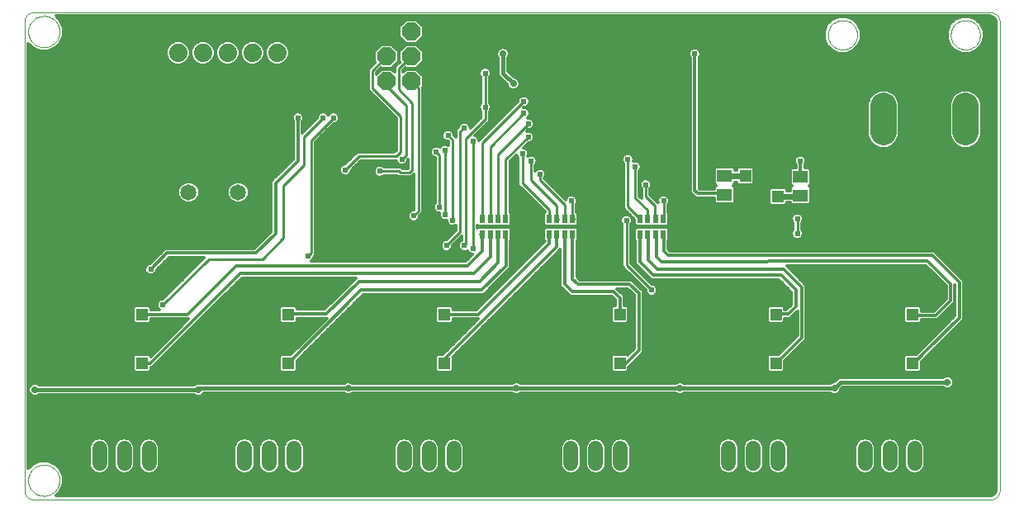
<source format=gbl>
G75*
%MOIN*%
%OFA0B0*%
%FSLAX24Y24*%
%IPPOS*%
%LPD*%
%AMOC8*
5,1,8,0,0,1.08239X$1,22.5*
%
%ADD10C,0.0000*%
%ADD11C,0.0600*%
%ADD12C,0.0650*%
%ADD13OC8,0.0740*%
%ADD14C,0.0740*%
%ADD15C,0.1063*%
%ADD16R,0.0472X0.0472*%
%ADD17R,0.0197X0.0354*%
%ADD18R,0.0591X0.0512*%
%ADD19C,0.0120*%
%ADD20C,0.0240*%
%ADD21C,0.0100*%
%ADD22C,0.0280*%
%ADD23C,0.0160*%
%ADD24C,0.0140*%
%ADD25C,0.0240*%
D10*
X000754Y002824D02*
X039336Y002824D01*
X039375Y002826D01*
X039413Y002832D01*
X039450Y002841D01*
X039487Y002854D01*
X039522Y002871D01*
X039555Y002890D01*
X039586Y002913D01*
X039615Y002939D01*
X039641Y002968D01*
X039664Y002999D01*
X039683Y003032D01*
X039700Y003067D01*
X039713Y003104D01*
X039722Y003141D01*
X039728Y003179D01*
X039730Y003218D01*
X039730Y022115D01*
X039728Y022154D01*
X039722Y022192D01*
X039713Y022229D01*
X039700Y022266D01*
X039683Y022301D01*
X039664Y022334D01*
X039641Y022365D01*
X039615Y022394D01*
X039586Y022420D01*
X039555Y022443D01*
X039522Y022462D01*
X039487Y022479D01*
X039450Y022492D01*
X039413Y022501D01*
X039375Y022507D01*
X039336Y022509D01*
X000754Y022509D01*
X000715Y022507D01*
X000677Y022501D01*
X000640Y022492D01*
X000603Y022479D01*
X000568Y022462D01*
X000535Y022443D01*
X000504Y022420D01*
X000475Y022394D01*
X000449Y022365D01*
X000426Y022334D01*
X000407Y022301D01*
X000390Y022266D01*
X000377Y022229D01*
X000368Y022192D01*
X000362Y022154D01*
X000360Y022115D01*
X000360Y003218D01*
X000362Y003179D01*
X000368Y003141D01*
X000377Y003104D01*
X000390Y003067D01*
X000407Y003032D01*
X000426Y002999D01*
X000449Y002968D01*
X000475Y002939D01*
X000504Y002913D01*
X000535Y002890D01*
X000568Y002871D01*
X000603Y002854D01*
X000640Y002841D01*
X000677Y002832D01*
X000715Y002826D01*
X000754Y002824D01*
X000517Y003611D02*
X000519Y003661D01*
X000525Y003711D01*
X000535Y003760D01*
X000549Y003808D01*
X000566Y003855D01*
X000587Y003900D01*
X000612Y003944D01*
X000640Y003985D01*
X000672Y004024D01*
X000706Y004061D01*
X000743Y004095D01*
X000783Y004125D01*
X000825Y004152D01*
X000869Y004176D01*
X000915Y004197D01*
X000962Y004213D01*
X001010Y004226D01*
X001060Y004235D01*
X001109Y004240D01*
X001160Y004241D01*
X001210Y004238D01*
X001259Y004231D01*
X001308Y004220D01*
X001356Y004205D01*
X001402Y004187D01*
X001447Y004165D01*
X001490Y004139D01*
X001531Y004110D01*
X001570Y004078D01*
X001606Y004043D01*
X001638Y004005D01*
X001668Y003965D01*
X001695Y003922D01*
X001718Y003878D01*
X001737Y003832D01*
X001753Y003784D01*
X001765Y003735D01*
X001773Y003686D01*
X001777Y003636D01*
X001777Y003586D01*
X001773Y003536D01*
X001765Y003487D01*
X001753Y003438D01*
X001737Y003390D01*
X001718Y003344D01*
X001695Y003300D01*
X001668Y003257D01*
X001638Y003217D01*
X001606Y003179D01*
X001570Y003144D01*
X001531Y003112D01*
X001490Y003083D01*
X001447Y003057D01*
X001402Y003035D01*
X001356Y003017D01*
X001308Y003002D01*
X001259Y002991D01*
X001210Y002984D01*
X001160Y002981D01*
X001109Y002982D01*
X001060Y002987D01*
X001010Y002996D01*
X000962Y003009D01*
X000915Y003025D01*
X000869Y003046D01*
X000825Y003070D01*
X000783Y003097D01*
X000743Y003127D01*
X000706Y003161D01*
X000672Y003198D01*
X000640Y003237D01*
X000612Y003278D01*
X000587Y003322D01*
X000566Y003367D01*
X000549Y003414D01*
X000535Y003462D01*
X000525Y003511D01*
X000519Y003561D01*
X000517Y003611D01*
X000517Y021722D02*
X000519Y021772D01*
X000525Y021822D01*
X000535Y021871D01*
X000549Y021919D01*
X000566Y021966D01*
X000587Y022011D01*
X000612Y022055D01*
X000640Y022096D01*
X000672Y022135D01*
X000706Y022172D01*
X000743Y022206D01*
X000783Y022236D01*
X000825Y022263D01*
X000869Y022287D01*
X000915Y022308D01*
X000962Y022324D01*
X001010Y022337D01*
X001060Y022346D01*
X001109Y022351D01*
X001160Y022352D01*
X001210Y022349D01*
X001259Y022342D01*
X001308Y022331D01*
X001356Y022316D01*
X001402Y022298D01*
X001447Y022276D01*
X001490Y022250D01*
X001531Y022221D01*
X001570Y022189D01*
X001606Y022154D01*
X001638Y022116D01*
X001668Y022076D01*
X001695Y022033D01*
X001718Y021989D01*
X001737Y021943D01*
X001753Y021895D01*
X001765Y021846D01*
X001773Y021797D01*
X001777Y021747D01*
X001777Y021697D01*
X001773Y021647D01*
X001765Y021598D01*
X001753Y021549D01*
X001737Y021501D01*
X001718Y021455D01*
X001695Y021411D01*
X001668Y021368D01*
X001638Y021328D01*
X001606Y021290D01*
X001570Y021255D01*
X001531Y021223D01*
X001490Y021194D01*
X001447Y021168D01*
X001402Y021146D01*
X001356Y021128D01*
X001308Y021113D01*
X001259Y021102D01*
X001210Y021095D01*
X001160Y021092D01*
X001109Y021093D01*
X001060Y021098D01*
X001010Y021107D01*
X000962Y021120D01*
X000915Y021136D01*
X000869Y021157D01*
X000825Y021181D01*
X000783Y021208D01*
X000743Y021238D01*
X000706Y021272D01*
X000672Y021309D01*
X000640Y021348D01*
X000612Y021389D01*
X000587Y021433D01*
X000566Y021478D01*
X000549Y021525D01*
X000535Y021573D01*
X000525Y021622D01*
X000519Y021672D01*
X000517Y021722D01*
X032795Y021590D02*
X032797Y021638D01*
X032803Y021686D01*
X032813Y021733D01*
X032826Y021779D01*
X032844Y021824D01*
X032864Y021868D01*
X032889Y021910D01*
X032917Y021949D01*
X032947Y021986D01*
X032981Y022020D01*
X033018Y022052D01*
X033056Y022081D01*
X033097Y022106D01*
X033140Y022128D01*
X033185Y022146D01*
X033231Y022160D01*
X033278Y022171D01*
X033326Y022178D01*
X033374Y022181D01*
X033422Y022180D01*
X033470Y022175D01*
X033518Y022166D01*
X033564Y022154D01*
X033609Y022137D01*
X033653Y022117D01*
X033695Y022094D01*
X033735Y022067D01*
X033773Y022037D01*
X033808Y022004D01*
X033840Y021968D01*
X033870Y021930D01*
X033896Y021889D01*
X033918Y021846D01*
X033938Y021802D01*
X033953Y021757D01*
X033965Y021710D01*
X033973Y021662D01*
X033977Y021614D01*
X033977Y021566D01*
X033973Y021518D01*
X033965Y021470D01*
X033953Y021423D01*
X033938Y021378D01*
X033918Y021334D01*
X033896Y021291D01*
X033870Y021250D01*
X033840Y021212D01*
X033808Y021176D01*
X033773Y021143D01*
X033735Y021113D01*
X033695Y021086D01*
X033653Y021063D01*
X033609Y021043D01*
X033564Y021026D01*
X033518Y021014D01*
X033470Y021005D01*
X033422Y021000D01*
X033374Y020999D01*
X033326Y021002D01*
X033278Y021009D01*
X033231Y021020D01*
X033185Y021034D01*
X033140Y021052D01*
X033097Y021074D01*
X033056Y021099D01*
X033018Y021128D01*
X032981Y021160D01*
X032947Y021194D01*
X032917Y021231D01*
X032889Y021270D01*
X032864Y021312D01*
X032844Y021356D01*
X032826Y021401D01*
X032813Y021447D01*
X032803Y021494D01*
X032797Y021542D01*
X032795Y021590D01*
X037755Y021590D02*
X037757Y021638D01*
X037763Y021686D01*
X037773Y021733D01*
X037786Y021779D01*
X037804Y021824D01*
X037824Y021868D01*
X037849Y021910D01*
X037877Y021949D01*
X037907Y021986D01*
X037941Y022020D01*
X037978Y022052D01*
X038016Y022081D01*
X038057Y022106D01*
X038100Y022128D01*
X038145Y022146D01*
X038191Y022160D01*
X038238Y022171D01*
X038286Y022178D01*
X038334Y022181D01*
X038382Y022180D01*
X038430Y022175D01*
X038478Y022166D01*
X038524Y022154D01*
X038569Y022137D01*
X038613Y022117D01*
X038655Y022094D01*
X038695Y022067D01*
X038733Y022037D01*
X038768Y022004D01*
X038800Y021968D01*
X038830Y021930D01*
X038856Y021889D01*
X038878Y021846D01*
X038898Y021802D01*
X038913Y021757D01*
X038925Y021710D01*
X038933Y021662D01*
X038937Y021614D01*
X038937Y021566D01*
X038933Y021518D01*
X038925Y021470D01*
X038913Y021423D01*
X038898Y021378D01*
X038878Y021334D01*
X038856Y021291D01*
X038830Y021250D01*
X038800Y021212D01*
X038768Y021176D01*
X038733Y021143D01*
X038695Y021113D01*
X038655Y021086D01*
X038613Y021063D01*
X038569Y021043D01*
X038524Y021026D01*
X038478Y021014D01*
X038430Y021005D01*
X038382Y021000D01*
X038334Y020999D01*
X038286Y021002D01*
X038238Y021009D01*
X038191Y021020D01*
X038145Y021034D01*
X038100Y021052D01*
X038057Y021074D01*
X038016Y021099D01*
X037978Y021128D01*
X037941Y021160D01*
X037907Y021194D01*
X037877Y021231D01*
X037849Y021270D01*
X037824Y021312D01*
X037804Y021356D01*
X037786Y021401D01*
X037773Y021447D01*
X037763Y021494D01*
X037757Y021542D01*
X037755Y021590D01*
D11*
X037293Y004896D02*
X037293Y004296D01*
X036293Y004296D02*
X036293Y004896D01*
X035293Y004896D02*
X035293Y004296D01*
X034293Y004296D02*
X034293Y004896D01*
X031781Y004896D02*
X031781Y004296D01*
X030781Y004296D02*
X030781Y004896D01*
X029781Y004896D02*
X029781Y004296D01*
X028781Y004296D02*
X028781Y004896D01*
X025422Y004896D02*
X025422Y004296D01*
X024422Y004296D02*
X024422Y004896D01*
X023422Y004896D02*
X023422Y004296D01*
X022422Y004296D02*
X022422Y004896D01*
X018695Y004896D02*
X018695Y004296D01*
X017695Y004296D02*
X017695Y004896D01*
X016695Y004896D02*
X016695Y004296D01*
X015695Y004296D02*
X015695Y004896D01*
X012243Y004896D02*
X012243Y004296D01*
X011243Y004296D02*
X011243Y004896D01*
X010243Y004896D02*
X010243Y004296D01*
X009243Y004296D02*
X009243Y004896D01*
X006397Y004896D02*
X006397Y004296D01*
X005397Y004296D02*
X005397Y004896D01*
X004397Y004896D02*
X004397Y004296D01*
X003397Y004296D02*
X003397Y004896D01*
D12*
X006990Y015234D03*
X008990Y015234D03*
D13*
X014980Y019724D03*
X015980Y019724D03*
X015980Y020724D03*
X014980Y020724D03*
X014980Y021724D03*
X015980Y021724D03*
D14*
X011569Y020864D03*
X010569Y020864D03*
X009569Y020864D03*
X008569Y020864D03*
X007569Y020864D03*
X006569Y020864D03*
D15*
X033386Y018716D02*
X033386Y017653D01*
X035039Y017653D02*
X035039Y018716D01*
X036693Y018716D02*
X036693Y017653D01*
X038346Y017653D02*
X038346Y018716D01*
D16*
X030780Y015897D03*
X030780Y015071D03*
X029460Y015071D03*
X029460Y015897D03*
X029868Y010304D03*
X030695Y010304D03*
X030695Y008336D03*
X029868Y008336D03*
X024395Y008336D03*
X023569Y008336D03*
X023569Y010304D03*
X024395Y010304D03*
X017309Y010304D03*
X016482Y010304D03*
X016482Y008336D03*
X017309Y008336D03*
X011010Y008336D03*
X010183Y008336D03*
X010183Y010304D03*
X011010Y010304D03*
X005104Y010304D03*
X004277Y010304D03*
X004277Y008336D03*
X005104Y008336D03*
X035380Y008336D03*
X036206Y008336D03*
X036206Y010304D03*
X035380Y010304D03*
D17*
X026153Y013533D03*
X025838Y013533D03*
X025523Y013533D03*
X025208Y013533D03*
X025208Y014163D03*
X025523Y014163D03*
X025838Y014163D03*
X026153Y014163D03*
X022486Y014163D03*
X022171Y014163D03*
X021856Y014163D03*
X021541Y014163D03*
X021541Y013533D03*
X021856Y013533D03*
X022171Y013533D03*
X022486Y013533D03*
X019790Y013533D03*
X019475Y013533D03*
X019160Y013533D03*
X018845Y013533D03*
X018845Y014163D03*
X019160Y014163D03*
X019475Y014163D03*
X019790Y014163D03*
D18*
X028620Y015140D03*
X028620Y015888D03*
X031680Y015858D03*
X031680Y015110D03*
D19*
X032095Y015148D02*
X039570Y015148D01*
X039570Y015030D02*
X032095Y015030D01*
X032095Y014911D02*
X039570Y014911D01*
X039570Y014793D02*
X032083Y014793D01*
X032095Y014804D02*
X032095Y015416D01*
X032027Y015484D01*
X032095Y015552D01*
X032095Y016164D01*
X032025Y016234D01*
X031860Y016234D01*
X031860Y016345D01*
X031883Y016368D01*
X031920Y016456D01*
X031920Y016552D01*
X031883Y016640D01*
X031816Y016707D01*
X031728Y016744D01*
X031632Y016744D01*
X031544Y016707D01*
X031477Y016640D01*
X031440Y016552D01*
X031440Y016456D01*
X031477Y016368D01*
X031500Y016345D01*
X031500Y016234D01*
X031335Y016234D01*
X031265Y016164D01*
X031265Y015552D01*
X031333Y015484D01*
X031265Y015416D01*
X031265Y015311D01*
X031136Y015311D01*
X031136Y015357D01*
X031066Y015427D01*
X030494Y015427D01*
X030424Y015357D01*
X030424Y014785D01*
X030494Y014714D01*
X031066Y014714D01*
X031136Y014785D01*
X031136Y014831D01*
X031265Y014831D01*
X031265Y014804D01*
X031335Y014734D01*
X032025Y014734D01*
X032095Y014804D01*
X032095Y015267D02*
X039570Y015267D01*
X039570Y015385D02*
X032095Y015385D01*
X032046Y015504D02*
X039570Y015504D01*
X039570Y015622D02*
X032095Y015622D01*
X032095Y015741D02*
X039570Y015741D01*
X039570Y015859D02*
X032095Y015859D01*
X032095Y015978D02*
X039570Y015978D01*
X039570Y016096D02*
X032095Y016096D01*
X032044Y016215D02*
X039570Y016215D01*
X039570Y016333D02*
X031860Y016333D01*
X031918Y016452D02*
X039570Y016452D01*
X039570Y016570D02*
X031912Y016570D01*
X031835Y016689D02*
X039570Y016689D01*
X039570Y016807D02*
X027600Y016807D01*
X027600Y016689D02*
X031525Y016689D01*
X031448Y016570D02*
X027600Y016570D01*
X027600Y016452D02*
X031442Y016452D01*
X031500Y016333D02*
X027600Y016333D01*
X027600Y016215D02*
X028226Y016215D01*
X028205Y016194D02*
X028275Y016264D01*
X028965Y016264D01*
X029035Y016194D01*
X029035Y016128D01*
X029104Y016128D01*
X029104Y016183D01*
X029174Y016254D01*
X029746Y016254D01*
X029816Y016183D01*
X029816Y015611D01*
X029746Y015541D01*
X029174Y015541D01*
X029104Y015611D01*
X029104Y015648D01*
X029035Y015648D01*
X029035Y015582D01*
X028967Y015514D01*
X029035Y015446D01*
X029035Y014834D01*
X028965Y014764D01*
X028275Y014764D01*
X028205Y014834D01*
X028205Y015004D01*
X027465Y015004D01*
X027345Y015124D01*
X027240Y015229D01*
X027240Y020665D01*
X027217Y020688D01*
X027180Y020776D01*
X027180Y020872D01*
X027217Y020960D01*
X027284Y021027D01*
X027372Y021064D01*
X027468Y021064D01*
X027556Y021027D01*
X027623Y020960D01*
X027660Y020872D01*
X027660Y020776D01*
X027623Y020688D01*
X027600Y020665D01*
X027600Y015379D01*
X027615Y015364D01*
X028205Y015364D01*
X028205Y015446D01*
X028273Y015514D01*
X028205Y015582D01*
X028205Y016194D01*
X028205Y016096D02*
X027600Y016096D01*
X027600Y015978D02*
X028205Y015978D01*
X028205Y015859D02*
X027600Y015859D01*
X027600Y015741D02*
X028205Y015741D01*
X028205Y015622D02*
X027600Y015622D01*
X027600Y015504D02*
X028263Y015504D01*
X028205Y015385D02*
X027600Y015385D01*
X027420Y015304D02*
X027420Y020824D01*
X027660Y020836D02*
X039570Y020836D01*
X039570Y020718D02*
X027636Y020718D01*
X027600Y020599D02*
X039570Y020599D01*
X039570Y020481D02*
X027600Y020481D01*
X027600Y020362D02*
X039570Y020362D01*
X039570Y020244D02*
X027600Y020244D01*
X027600Y020125D02*
X039570Y020125D01*
X039570Y020007D02*
X027600Y020007D01*
X027600Y019888D02*
X039570Y019888D01*
X039570Y019770D02*
X027600Y019770D01*
X027600Y019651D02*
X039570Y019651D01*
X039570Y019533D02*
X027600Y019533D01*
X027600Y019414D02*
X039570Y019414D01*
X039570Y019296D02*
X038650Y019296D01*
X038715Y019269D02*
X038476Y019368D01*
X038217Y019368D01*
X037977Y019269D01*
X037794Y019085D01*
X037695Y018846D01*
X037695Y017524D01*
X037794Y017284D01*
X037977Y017101D01*
X038217Y017002D01*
X038476Y017002D01*
X038715Y017101D01*
X038899Y017284D01*
X038998Y017524D01*
X038998Y018846D01*
X038899Y019085D01*
X038715Y019269D01*
X038807Y019177D02*
X039570Y019177D01*
X039570Y019059D02*
X038910Y019059D01*
X038959Y018940D02*
X039570Y018940D01*
X039570Y018822D02*
X038998Y018822D01*
X038998Y018703D02*
X039570Y018703D01*
X039570Y018585D02*
X038998Y018585D01*
X038998Y018466D02*
X039570Y018466D01*
X039570Y018348D02*
X038998Y018348D01*
X038998Y018229D02*
X039570Y018229D01*
X039570Y018111D02*
X038998Y018111D01*
X038998Y017992D02*
X039570Y017992D01*
X039570Y017874D02*
X038998Y017874D01*
X038998Y017755D02*
X039570Y017755D01*
X039570Y017637D02*
X038998Y017637D01*
X038995Y017518D02*
X039570Y017518D01*
X039570Y017400D02*
X038946Y017400D01*
X038895Y017281D02*
X039570Y017281D01*
X039570Y017163D02*
X038777Y017163D01*
X038578Y017044D02*
X039570Y017044D01*
X039570Y016926D02*
X027600Y016926D01*
X027600Y017044D02*
X034808Y017044D01*
X034910Y017002D02*
X035169Y017002D01*
X035408Y017101D01*
X035592Y017284D01*
X035691Y017524D01*
X035691Y018846D01*
X035592Y019085D01*
X035408Y019269D01*
X035169Y019368D01*
X034910Y019368D01*
X034670Y019269D01*
X034487Y019085D01*
X034388Y018846D01*
X034388Y017524D01*
X034487Y017284D01*
X034670Y017101D01*
X034910Y017002D01*
X034609Y017163D02*
X027600Y017163D01*
X027600Y017281D02*
X034490Y017281D01*
X034439Y017400D02*
X027600Y017400D01*
X027600Y017518D02*
X034390Y017518D01*
X034388Y017637D02*
X027600Y017637D01*
X027600Y017755D02*
X034388Y017755D01*
X034388Y017874D02*
X027600Y017874D01*
X027600Y017992D02*
X034388Y017992D01*
X034388Y018111D02*
X027600Y018111D01*
X027600Y018229D02*
X034388Y018229D01*
X034388Y018348D02*
X027600Y018348D01*
X027600Y018466D02*
X034388Y018466D01*
X034388Y018585D02*
X027600Y018585D01*
X027600Y018703D02*
X034388Y018703D01*
X034388Y018822D02*
X027600Y018822D01*
X027600Y018940D02*
X034427Y018940D01*
X034476Y019059D02*
X027600Y019059D01*
X027600Y019177D02*
X034579Y019177D01*
X034735Y019296D02*
X027600Y019296D01*
X027240Y019296D02*
X019130Y019296D01*
X019130Y019414D02*
X019942Y019414D01*
X019953Y019404D02*
X020048Y019364D01*
X020152Y019364D01*
X020247Y019404D01*
X020320Y019477D01*
X020360Y019572D01*
X020360Y019676D01*
X020320Y019771D01*
X020247Y019844D01*
X020152Y019884D01*
X020123Y019884D01*
X019880Y020127D01*
X019880Y020656D01*
X019900Y020677D01*
X019940Y020772D01*
X019940Y020876D01*
X019900Y020971D01*
X019827Y021044D01*
X019732Y021084D01*
X019628Y021084D01*
X019533Y021044D01*
X019460Y020971D01*
X019420Y020876D01*
X019420Y020772D01*
X019460Y020677D01*
X019480Y020656D01*
X019480Y019961D01*
X019597Y019844D01*
X019840Y019601D01*
X019840Y019572D01*
X019880Y019477D01*
X019953Y019404D01*
X019856Y019533D02*
X019130Y019533D01*
X019130Y019651D02*
X019790Y019651D01*
X019672Y019770D02*
X019130Y019770D01*
X019130Y019875D02*
X019163Y019908D01*
X019200Y019996D01*
X019200Y020092D01*
X019163Y020180D01*
X019096Y020247D01*
X019008Y020284D01*
X018912Y020284D01*
X018824Y020247D01*
X018757Y020180D01*
X018720Y020092D01*
X018720Y019996D01*
X018757Y019908D01*
X018790Y019875D01*
X018790Y018833D01*
X018757Y018800D01*
X018720Y018712D01*
X018720Y018616D01*
X018757Y018528D01*
X018790Y018495D01*
X018790Y018254D01*
X018360Y017824D01*
X018360Y017872D01*
X018323Y017960D01*
X018256Y018027D01*
X018168Y018064D01*
X018072Y018064D01*
X017984Y018027D01*
X017917Y017960D01*
X017881Y017874D01*
X017870Y017874D01*
X017832Y017836D01*
X017787Y017806D01*
X017783Y017788D01*
X017770Y017774D01*
X017770Y017721D01*
X017759Y017668D01*
X017770Y017653D01*
X017770Y017454D01*
X017700Y017524D01*
X017700Y017572D01*
X017663Y017660D01*
X017596Y017727D01*
X017508Y017764D01*
X017412Y017764D01*
X017324Y017727D01*
X017257Y017660D01*
X017220Y017572D01*
X017220Y017476D01*
X017257Y017388D01*
X017324Y017321D01*
X017412Y017284D01*
X017460Y017284D01*
X017470Y017274D01*
X017470Y017130D01*
X017388Y017164D01*
X017292Y017164D01*
X017204Y017127D01*
X017137Y017060D01*
X017133Y017051D01*
X017116Y017067D01*
X017028Y017104D01*
X016932Y017104D01*
X016844Y017067D01*
X016777Y017000D01*
X016740Y016912D01*
X016740Y016816D01*
X016777Y016728D01*
X016844Y016661D01*
X016930Y016625D01*
X016930Y014813D01*
X016897Y014780D01*
X016860Y014692D01*
X016860Y014596D01*
X016897Y014508D01*
X016964Y014441D01*
X017052Y014404D01*
X017105Y014404D01*
X017100Y014392D01*
X017100Y014296D01*
X017137Y014208D01*
X017204Y014141D01*
X017292Y014104D01*
X017388Y014104D01*
X017400Y014109D01*
X017400Y014056D01*
X017437Y013968D01*
X017504Y013901D01*
X017592Y013864D01*
X017688Y013864D01*
X017770Y013898D01*
X017770Y013694D01*
X017400Y013324D01*
X017352Y013324D01*
X017264Y013287D01*
X017197Y013220D01*
X017160Y013132D01*
X017160Y013036D01*
X017197Y012948D01*
X017264Y012881D01*
X017352Y012844D01*
X017448Y012844D01*
X017536Y012881D01*
X017603Y012948D01*
X017640Y013036D01*
X017640Y013084D01*
X018010Y013454D01*
X018010Y013298D01*
X017984Y013287D01*
X017917Y013220D01*
X017880Y013132D01*
X017880Y013036D01*
X017917Y012948D01*
X017984Y012881D01*
X018072Y012844D01*
X018168Y012844D01*
X018255Y012880D01*
X018277Y012828D01*
X018344Y012761D01*
X018432Y012724D01*
X018445Y012724D01*
X018175Y012454D01*
X011940Y012454D01*
X011956Y012461D01*
X012023Y012528D01*
X012060Y012616D01*
X012060Y012664D01*
X012110Y012714D01*
X012110Y017274D01*
X012840Y018004D01*
X012888Y018004D01*
X012976Y018041D01*
X013043Y018108D01*
X013080Y018196D01*
X013080Y018292D01*
X013043Y018380D01*
X012976Y018447D01*
X012888Y018484D01*
X012792Y018484D01*
X012704Y018447D01*
X012637Y018380D01*
X012630Y018364D01*
X012623Y018380D01*
X012556Y018447D01*
X012468Y018484D01*
X012372Y018484D01*
X012284Y018447D01*
X012217Y018380D01*
X012180Y018292D01*
X012180Y018244D01*
X011580Y017644D01*
X011580Y018085D01*
X011603Y018108D01*
X011640Y018196D01*
X011640Y018292D01*
X011603Y018380D01*
X011536Y018447D01*
X011448Y018484D01*
X011352Y018484D01*
X011264Y018447D01*
X011197Y018380D01*
X011160Y018292D01*
X011160Y018196D01*
X011197Y018108D01*
X011220Y018085D01*
X011220Y016579D01*
X010425Y015784D01*
X010320Y015679D01*
X010320Y013639D01*
X009645Y012964D01*
X006045Y012964D01*
X005940Y012859D01*
X005445Y012364D01*
X005412Y012364D01*
X005324Y012327D01*
X005257Y012260D01*
X005220Y012172D01*
X005220Y012076D01*
X005257Y011988D01*
X005324Y011921D01*
X005412Y011884D01*
X005508Y011884D01*
X005596Y011921D01*
X005663Y011988D01*
X005700Y012076D01*
X005700Y012109D01*
X006195Y012604D01*
X007620Y012604D01*
X005940Y010924D01*
X005892Y010924D01*
X005804Y010887D01*
X005737Y010820D01*
X005700Y010732D01*
X005700Y010636D01*
X005737Y010548D01*
X005800Y010484D01*
X005460Y010484D01*
X005460Y010590D01*
X005390Y010661D01*
X004818Y010661D01*
X004748Y010590D01*
X004748Y010018D01*
X004818Y009948D01*
X005390Y009948D01*
X005460Y010018D01*
X005460Y010124D01*
X006971Y010124D01*
X005460Y008614D01*
X005460Y008622D01*
X005390Y008692D01*
X004818Y008692D01*
X004748Y008622D01*
X004748Y008050D01*
X004818Y007980D01*
X005390Y007980D01*
X005460Y008050D01*
X005460Y008156D01*
X005511Y008156D01*
X005617Y008261D01*
X005617Y008261D01*
X009135Y011779D01*
X013726Y011779D01*
X012472Y010525D01*
X011366Y010525D01*
X011366Y010590D01*
X011296Y010661D01*
X010724Y010661D01*
X010653Y010590D01*
X010653Y010018D01*
X010724Y009948D01*
X011296Y009948D01*
X011366Y010018D01*
X011366Y010145D01*
X012564Y010145D01*
X011111Y008692D01*
X010724Y008692D01*
X010653Y008622D01*
X010653Y008050D01*
X010724Y007980D01*
X011296Y007980D01*
X011366Y008050D01*
X011366Y008437D01*
X014032Y011104D01*
X018895Y011104D01*
X019000Y011209D01*
X019980Y012189D01*
X019980Y013277D01*
X020009Y013306D01*
X020009Y013760D01*
X019938Y013830D01*
X019642Y013830D01*
X019633Y013820D01*
X019623Y013830D01*
X019327Y013830D01*
X019318Y013820D01*
X019308Y013830D01*
X019012Y013830D01*
X019003Y013820D01*
X018993Y013830D01*
X018697Y013830D01*
X018650Y013783D01*
X018650Y013913D01*
X018697Y013865D01*
X018993Y013865D01*
X019003Y013875D01*
X019012Y013865D01*
X019308Y013865D01*
X019318Y013875D01*
X019327Y013865D01*
X019623Y013865D01*
X019633Y013875D01*
X019642Y013865D01*
X019938Y013865D01*
X020009Y013936D01*
X020009Y014389D01*
X019960Y014438D01*
X019960Y016484D01*
X020224Y016747D01*
X020257Y016668D01*
X020290Y016635D01*
X020290Y015534D01*
X021371Y014452D01*
X021371Y014438D01*
X021323Y014389D01*
X021323Y013936D01*
X021393Y013865D01*
X021689Y013865D01*
X021699Y013875D01*
X021708Y013865D01*
X022004Y013865D01*
X022014Y013875D01*
X022023Y013865D01*
X022319Y013865D01*
X022329Y013875D01*
X022338Y013865D01*
X022634Y013865D01*
X022704Y013936D01*
X022704Y014389D01*
X022656Y014438D01*
X022656Y014778D01*
X022680Y014836D01*
X022680Y014932D01*
X022643Y015020D01*
X022576Y015087D01*
X022488Y015124D01*
X022392Y015124D01*
X022304Y015087D01*
X022237Y015020D01*
X022204Y014941D01*
X021350Y015794D01*
X021350Y015795D01*
X021383Y015828D01*
X021420Y015916D01*
X021420Y016012D01*
X021383Y016100D01*
X021316Y016167D01*
X021228Y016204D01*
X021132Y016204D01*
X021044Y016167D01*
X020990Y016113D01*
X020990Y016335D01*
X021023Y016368D01*
X021060Y016456D01*
X021060Y016552D01*
X021023Y016640D01*
X020956Y016707D01*
X020868Y016744D01*
X020772Y016744D01*
X020684Y016707D01*
X020677Y016700D01*
X020700Y016756D01*
X020700Y016852D01*
X020663Y016940D01*
X020596Y017007D01*
X020517Y017040D01*
X020700Y017224D01*
X020748Y017224D01*
X020836Y017261D01*
X020903Y017328D01*
X020940Y017416D01*
X020940Y017512D01*
X020903Y017600D01*
X020836Y017667D01*
X020748Y017704D01*
X020652Y017704D01*
X020632Y017696D01*
X020700Y017764D01*
X020748Y017764D01*
X020836Y017801D01*
X020903Y017868D01*
X020940Y017956D01*
X020940Y018052D01*
X020903Y018140D01*
X020836Y018207D01*
X020748Y018244D01*
X020679Y018244D01*
X020723Y018288D01*
X020760Y018376D01*
X020760Y018472D01*
X020723Y018560D01*
X020656Y018627D01*
X020568Y018664D01*
X020656Y018701D01*
X020723Y018768D01*
X020760Y018856D01*
X020760Y018952D01*
X020723Y019040D01*
X020656Y019107D01*
X020568Y019144D01*
X020472Y019144D01*
X020384Y019107D01*
X020317Y019040D01*
X020280Y018952D01*
X020280Y018904D01*
X018775Y017399D01*
X018716Y017341D01*
X018683Y017420D01*
X018616Y017487D01*
X018537Y017520D01*
X019030Y018014D01*
X019130Y018114D01*
X019130Y018495D01*
X019163Y018528D01*
X019200Y018616D01*
X019200Y018712D01*
X019163Y018800D01*
X019130Y018833D01*
X019130Y019875D01*
X019143Y019888D02*
X019553Y019888D01*
X019480Y020007D02*
X019200Y020007D01*
X019186Y020125D02*
X019480Y020125D01*
X019480Y020244D02*
X019100Y020244D01*
X018820Y020244D02*
X016193Y020244D01*
X016183Y020234D02*
X016470Y020521D01*
X016470Y020927D01*
X016183Y021214D01*
X015777Y021214D01*
X015490Y020927D01*
X015490Y020521D01*
X015513Y020498D01*
X015410Y020394D01*
X015310Y020294D01*
X015310Y020087D01*
X015183Y020214D01*
X014777Y020214D01*
X014570Y020007D01*
X014570Y020074D01*
X014754Y020257D01*
X014777Y020234D01*
X015183Y020234D01*
X015470Y020521D01*
X015470Y020927D01*
X015183Y021214D01*
X014777Y021214D01*
X014490Y020927D01*
X014490Y020521D01*
X014513Y020498D01*
X014330Y020314D01*
X014230Y020214D01*
X014230Y019374D01*
X015370Y018234D01*
X015370Y016934D01*
X015290Y016854D01*
X013790Y016854D01*
X013320Y016384D01*
X013272Y016384D01*
X013184Y016347D01*
X013117Y016280D01*
X013080Y016192D01*
X013080Y016096D01*
X012110Y016096D01*
X012110Y015978D02*
X013147Y015978D01*
X013117Y016008D02*
X013184Y015941D01*
X013272Y015904D01*
X013368Y015904D01*
X013456Y015941D01*
X013523Y016008D01*
X013560Y016096D01*
X014460Y016096D01*
X014460Y016132D02*
X014460Y016036D01*
X014497Y015948D01*
X014564Y015881D01*
X014652Y015844D01*
X014748Y015844D01*
X014836Y015881D01*
X014869Y015914D01*
X015410Y015914D01*
X015470Y015854D01*
X015970Y015854D01*
X016070Y015954D01*
X016090Y015974D01*
X016090Y014534D01*
X016080Y014524D01*
X016032Y014524D01*
X015944Y014487D01*
X015877Y014420D01*
X015840Y014332D01*
X015840Y014236D01*
X015877Y014148D01*
X015944Y014081D01*
X016032Y014044D01*
X016128Y014044D01*
X016216Y014081D01*
X016283Y014148D01*
X016320Y014236D01*
X016320Y014284D01*
X016430Y014394D01*
X016430Y019481D01*
X016470Y019521D01*
X016470Y019927D01*
X016183Y020214D01*
X015777Y020214D01*
X015650Y020087D01*
X015650Y020154D01*
X015754Y020257D01*
X015777Y020234D01*
X016183Y020234D01*
X016272Y020125D02*
X018734Y020125D01*
X018720Y020007D02*
X016390Y020007D01*
X016470Y019888D02*
X018777Y019888D01*
X018790Y019770D02*
X016470Y019770D01*
X016470Y019651D02*
X018790Y019651D01*
X018790Y019533D02*
X016470Y019533D01*
X016430Y019414D02*
X018790Y019414D01*
X018790Y019296D02*
X016430Y019296D01*
X016430Y019177D02*
X018790Y019177D01*
X018790Y019059D02*
X016430Y019059D01*
X016430Y018940D02*
X018790Y018940D01*
X018778Y018822D02*
X016430Y018822D01*
X016430Y018703D02*
X018720Y018703D01*
X018733Y018585D02*
X016430Y018585D01*
X016430Y018466D02*
X018790Y018466D01*
X018790Y018348D02*
X016430Y018348D01*
X016430Y018229D02*
X018765Y018229D01*
X018646Y018111D02*
X016430Y018111D01*
X016430Y017992D02*
X017949Y017992D01*
X017869Y017874D02*
X016430Y017874D01*
X016430Y017755D02*
X017391Y017755D01*
X017529Y017755D02*
X017770Y017755D01*
X017770Y017637D02*
X017673Y017637D01*
X017706Y017518D02*
X017770Y017518D01*
X017463Y017281D02*
X016430Y017281D01*
X016430Y017163D02*
X017289Y017163D01*
X017391Y017163D02*
X017470Y017163D01*
X017252Y017400D02*
X016430Y017400D01*
X016430Y017518D02*
X017220Y017518D01*
X017247Y017637D02*
X016430Y017637D01*
X015370Y017637D02*
X012473Y017637D01*
X012591Y017755D02*
X015370Y017755D01*
X015370Y017874D02*
X012710Y017874D01*
X012828Y017992D02*
X015370Y017992D01*
X015370Y018111D02*
X013044Y018111D01*
X013080Y018229D02*
X015370Y018229D01*
X015256Y018348D02*
X013057Y018348D01*
X012931Y018466D02*
X015138Y018466D01*
X015019Y018585D02*
X000520Y018585D01*
X000520Y018703D02*
X014901Y018703D01*
X014782Y018822D02*
X000520Y018822D01*
X000520Y018940D02*
X014664Y018940D01*
X014545Y019059D02*
X000520Y019059D01*
X000520Y019177D02*
X014427Y019177D01*
X014308Y019296D02*
X000520Y019296D01*
X000520Y019414D02*
X014230Y019414D01*
X014230Y019533D02*
X000520Y019533D01*
X000520Y019651D02*
X014230Y019651D01*
X014230Y019770D02*
X000520Y019770D01*
X000520Y019888D02*
X014230Y019888D01*
X014230Y020007D02*
X000520Y020007D01*
X000520Y020125D02*
X014230Y020125D01*
X014259Y020244D02*
X000520Y020244D01*
X000520Y020362D02*
X014378Y020362D01*
X014496Y020481D02*
X010878Y020481D01*
X010846Y020449D02*
X010984Y020586D01*
X011059Y020767D01*
X011059Y020961D01*
X010984Y021142D01*
X010846Y021279D01*
X010666Y021354D01*
X010471Y021354D01*
X010291Y021279D01*
X010153Y021142D01*
X010079Y020961D01*
X010079Y020767D01*
X010153Y020586D01*
X010291Y020449D01*
X010471Y020374D01*
X010666Y020374D01*
X010846Y020449D01*
X010990Y020599D02*
X014490Y020599D01*
X014490Y020718D02*
X011039Y020718D01*
X011059Y020836D02*
X014490Y020836D01*
X014518Y020955D02*
X011059Y020955D01*
X011013Y021073D02*
X014636Y021073D01*
X014755Y021192D02*
X010934Y021192D01*
X010772Y021310D02*
X015701Y021310D01*
X015777Y021234D02*
X016183Y021234D01*
X016470Y021521D01*
X016470Y021927D01*
X016183Y022214D01*
X015777Y022214D01*
X015490Y021927D01*
X015490Y021521D01*
X015777Y021234D01*
X015755Y021192D02*
X015205Y021192D01*
X015324Y021073D02*
X015636Y021073D01*
X015518Y020955D02*
X015442Y020955D01*
X015470Y020836D02*
X015490Y020836D01*
X015490Y020718D02*
X015470Y020718D01*
X015470Y020599D02*
X015490Y020599D01*
X015496Y020481D02*
X015430Y020481D01*
X015378Y020362D02*
X015311Y020362D01*
X015310Y020244D02*
X015193Y020244D01*
X015272Y020125D02*
X015310Y020125D01*
X015650Y020125D02*
X015688Y020125D01*
X015740Y020244D02*
X015767Y020244D01*
X016311Y020362D02*
X019480Y020362D01*
X019480Y020481D02*
X016430Y020481D01*
X016470Y020599D02*
X019480Y020599D01*
X019443Y020718D02*
X016470Y020718D01*
X016470Y020836D02*
X019420Y020836D01*
X019453Y020955D02*
X016442Y020955D01*
X016324Y021073D02*
X019602Y021073D01*
X019758Y021073D02*
X032841Y021073D01*
X032749Y021165D02*
X032961Y020954D01*
X033236Y020840D01*
X033535Y020840D01*
X033811Y020954D01*
X034022Y021165D01*
X034136Y021441D01*
X034136Y021740D01*
X034022Y022015D01*
X033811Y022227D01*
X033535Y022341D01*
X033236Y022341D01*
X032961Y022227D01*
X032749Y022015D01*
X032635Y021740D01*
X032635Y021441D01*
X032749Y021165D01*
X032738Y021192D02*
X016205Y021192D01*
X016259Y021310D02*
X032689Y021310D01*
X032640Y021429D02*
X016378Y021429D01*
X016470Y021547D02*
X032635Y021547D01*
X032635Y021666D02*
X016470Y021666D01*
X016470Y021784D02*
X032654Y021784D01*
X032703Y021903D02*
X016470Y021903D01*
X016376Y022021D02*
X032755Y022021D01*
X032873Y022140D02*
X016257Y022140D01*
X015703Y022140D02*
X001829Y022140D01*
X001817Y022169D02*
X001637Y022349D01*
X039336Y022349D01*
X039382Y022345D01*
X039466Y022310D01*
X039531Y022245D01*
X039566Y022161D01*
X039570Y022115D01*
X039570Y003218D01*
X039566Y003172D01*
X039531Y003088D01*
X039466Y003023D01*
X039382Y002989D01*
X039336Y002984D01*
X001637Y002984D01*
X001817Y003164D01*
X001937Y003454D01*
X001937Y003769D01*
X001817Y004059D01*
X001595Y004281D01*
X001305Y004401D01*
X000990Y004401D01*
X000700Y004281D01*
X000520Y004101D01*
X000520Y021232D01*
X000700Y021052D01*
X000990Y020932D01*
X001305Y020932D01*
X001595Y021052D01*
X001817Y021274D01*
X001937Y021565D01*
X001937Y021879D01*
X001817Y022169D01*
X001728Y022258D02*
X033036Y022258D01*
X033735Y022258D02*
X037997Y022258D01*
X037921Y022227D02*
X037710Y022015D01*
X037596Y021740D01*
X037596Y021441D01*
X037710Y021165D01*
X037921Y020954D01*
X038197Y020840D01*
X038496Y020840D01*
X038771Y020954D01*
X038983Y021165D01*
X039097Y021441D01*
X039097Y021740D01*
X038983Y022015D01*
X038771Y022227D01*
X038496Y022341D01*
X038197Y022341D01*
X037921Y022227D01*
X037834Y022140D02*
X033898Y022140D01*
X034016Y022021D02*
X037716Y022021D01*
X037663Y021903D02*
X034069Y021903D01*
X034118Y021784D02*
X037614Y021784D01*
X037596Y021666D02*
X034136Y021666D01*
X034136Y021547D02*
X037596Y021547D01*
X037601Y021429D02*
X034131Y021429D01*
X034082Y021310D02*
X037650Y021310D01*
X037699Y021192D02*
X034033Y021192D01*
X033930Y021073D02*
X037802Y021073D01*
X037921Y020955D02*
X033811Y020955D01*
X032960Y020955D02*
X027626Y020955D01*
X027214Y020955D02*
X019907Y020955D01*
X019940Y020836D02*
X027180Y020836D01*
X027204Y020718D02*
X019917Y020718D01*
X019880Y020599D02*
X027240Y020599D01*
X027240Y020481D02*
X019880Y020481D01*
X019880Y020362D02*
X027240Y020362D01*
X027240Y020244D02*
X019880Y020244D01*
X019882Y020125D02*
X027240Y020125D01*
X027240Y020007D02*
X020000Y020007D01*
X020119Y019888D02*
X027240Y019888D01*
X027240Y019770D02*
X020321Y019770D01*
X020360Y019651D02*
X027240Y019651D01*
X027240Y019533D02*
X020344Y019533D01*
X020258Y019414D02*
X027240Y019414D01*
X027240Y019177D02*
X019130Y019177D01*
X019130Y019059D02*
X020335Y019059D01*
X020280Y018940D02*
X019130Y018940D01*
X019142Y018822D02*
X020197Y018822D01*
X020079Y018703D02*
X019200Y018703D01*
X019187Y018585D02*
X019960Y018585D01*
X019842Y018466D02*
X019130Y018466D01*
X019130Y018348D02*
X019723Y018348D01*
X019605Y018229D02*
X019130Y018229D01*
X019127Y018111D02*
X019486Y018111D01*
X019368Y017992D02*
X019008Y017992D01*
X018890Y017874D02*
X019249Y017874D01*
X019131Y017755D02*
X018771Y017755D01*
X018653Y017637D02*
X019012Y017637D01*
X018894Y017518D02*
X018542Y017518D01*
X018692Y017400D02*
X018775Y017400D01*
X018409Y017874D02*
X018359Y017874D01*
X018291Y017992D02*
X018528Y017992D01*
X016821Y017044D02*
X016430Y017044D01*
X016430Y016926D02*
X016746Y016926D01*
X016744Y016807D02*
X016430Y016807D01*
X016430Y016689D02*
X016816Y016689D01*
X016930Y016570D02*
X016430Y016570D01*
X016430Y016452D02*
X016930Y016452D01*
X016930Y016333D02*
X016430Y016333D01*
X016430Y016215D02*
X016930Y016215D01*
X016930Y016096D02*
X016430Y016096D01*
X016430Y015978D02*
X016930Y015978D01*
X016930Y015859D02*
X016430Y015859D01*
X016430Y015741D02*
X016930Y015741D01*
X016930Y015622D02*
X016430Y015622D01*
X016430Y015504D02*
X016930Y015504D01*
X016930Y015385D02*
X016430Y015385D01*
X016430Y015267D02*
X016930Y015267D01*
X016930Y015148D02*
X016430Y015148D01*
X016430Y015030D02*
X016930Y015030D01*
X016930Y014911D02*
X016430Y014911D01*
X016430Y014793D02*
X016909Y014793D01*
X016860Y014674D02*
X016430Y014674D01*
X016430Y014556D02*
X016877Y014556D01*
X016973Y014437D02*
X016430Y014437D01*
X016355Y014319D02*
X017100Y014319D01*
X017145Y014200D02*
X016305Y014200D01*
X016217Y014082D02*
X017400Y014082D01*
X017442Y013963D02*
X012110Y013963D01*
X012110Y013845D02*
X017770Y013845D01*
X017770Y013726D02*
X012110Y013726D01*
X012110Y013608D02*
X017683Y013608D01*
X017565Y013489D02*
X012110Y013489D01*
X012110Y013371D02*
X017446Y013371D01*
X017229Y013252D02*
X012110Y013252D01*
X012110Y013134D02*
X017161Y013134D01*
X017169Y013015D02*
X012110Y013015D01*
X012110Y012897D02*
X017248Y012897D01*
X017552Y012897D02*
X017968Y012897D01*
X017889Y013015D02*
X017631Y013015D01*
X017690Y013134D02*
X017881Y013134D01*
X017949Y013252D02*
X017808Y013252D01*
X017927Y013371D02*
X018010Y013371D01*
X018327Y012778D02*
X012110Y012778D01*
X012060Y012660D02*
X018381Y012660D01*
X018262Y012541D02*
X012029Y012541D01*
X013540Y011593D02*
X008949Y011593D01*
X009067Y011712D02*
X013659Y011712D01*
X013860Y011644D02*
X018740Y011644D01*
X019480Y012384D01*
X019480Y013528D01*
X019475Y013533D01*
X019160Y013533D02*
X019160Y013533D01*
X019160Y012624D01*
X018495Y011959D01*
X009060Y011959D01*
X005437Y008336D01*
X005104Y008336D01*
X004748Y008394D02*
X000520Y008394D01*
X000520Y008512D02*
X004748Y008512D01*
X004757Y008631D02*
X000520Y008631D01*
X000520Y008749D02*
X005595Y008749D01*
X005477Y008631D02*
X005452Y008631D01*
X005714Y008868D02*
X000520Y008868D01*
X000520Y008986D02*
X005832Y008986D01*
X005951Y009105D02*
X000520Y009105D01*
X000520Y009223D02*
X006069Y009223D01*
X006188Y009342D02*
X000520Y009342D01*
X000520Y009460D02*
X006306Y009460D01*
X006425Y009579D02*
X000520Y009579D01*
X000520Y009697D02*
X006543Y009697D01*
X006662Y009816D02*
X000520Y009816D01*
X000520Y009934D02*
X006780Y009934D01*
X006899Y010053D02*
X005460Y010053D01*
X005104Y010304D02*
X006940Y010304D01*
X008910Y012274D01*
X018250Y012274D01*
X018840Y012864D01*
X018840Y013527D01*
X018845Y013533D01*
X018780Y013527D01*
X018650Y013845D02*
X024490Y013845D01*
X024490Y013935D02*
X024490Y012234D01*
X024590Y012134D01*
X025440Y011284D01*
X025440Y011236D01*
X025477Y011148D01*
X025544Y011081D01*
X025632Y011044D01*
X025728Y011044D01*
X025816Y011081D01*
X025883Y011148D01*
X025920Y011236D01*
X025920Y011332D01*
X025883Y011420D01*
X025816Y011487D01*
X025728Y011524D01*
X025680Y011524D01*
X024830Y012374D01*
X024830Y013935D01*
X024863Y013968D01*
X024900Y014056D01*
X024900Y014152D01*
X024863Y014240D01*
X024796Y014307D01*
X024708Y014344D01*
X024612Y014344D01*
X024524Y014307D01*
X024457Y014240D01*
X024420Y014152D01*
X024420Y014056D01*
X024457Y013968D01*
X024490Y013935D01*
X024462Y013963D02*
X022704Y013963D01*
X022704Y014082D02*
X024420Y014082D01*
X024440Y014200D02*
X022704Y014200D01*
X022704Y014319D02*
X024551Y014319D01*
X024693Y014437D02*
X022657Y014437D01*
X022656Y014556D02*
X024575Y014556D01*
X024550Y014580D02*
X024990Y014141D01*
X024990Y013936D01*
X025060Y013865D01*
X025356Y013865D01*
X025366Y013875D01*
X025375Y013865D01*
X025671Y013865D01*
X025681Y013875D01*
X025690Y013865D01*
X025986Y013865D01*
X025996Y013875D01*
X026005Y013865D01*
X026301Y013865D01*
X026371Y013936D01*
X026371Y014389D01*
X026330Y014431D01*
X026330Y014715D01*
X026363Y014748D01*
X026400Y014836D01*
X026400Y014932D01*
X026363Y015020D01*
X026296Y015087D01*
X026208Y015124D01*
X026112Y015124D01*
X026024Y015087D01*
X025957Y015020D01*
X025920Y014932D01*
X025920Y014836D01*
X025928Y014816D01*
X025870Y014874D01*
X025610Y015134D01*
X025610Y015375D01*
X025643Y015408D01*
X025680Y015496D01*
X025680Y015592D01*
X025643Y015680D01*
X025576Y015747D01*
X025488Y015784D01*
X025392Y015784D01*
X025304Y015747D01*
X025237Y015680D01*
X025200Y015592D01*
X025200Y015496D01*
X025237Y015408D01*
X025270Y015375D01*
X025270Y014994D01*
X025190Y015074D01*
X025190Y016095D01*
X025223Y016128D01*
X025260Y016216D01*
X025260Y016312D01*
X025223Y016400D01*
X025156Y016467D01*
X025068Y016504D01*
X024972Y016504D01*
X024951Y016495D01*
X024960Y016516D01*
X024960Y016612D01*
X024923Y016700D01*
X024856Y016767D01*
X024768Y016804D01*
X024672Y016804D01*
X024584Y016767D01*
X024517Y016700D01*
X024480Y016612D01*
X024480Y016516D01*
X024517Y016428D01*
X024550Y016395D01*
X024550Y014580D01*
X024550Y014674D02*
X022656Y014674D01*
X022662Y014793D02*
X024550Y014793D01*
X024550Y014911D02*
X022680Y014911D01*
X022634Y015030D02*
X024550Y015030D01*
X024550Y015148D02*
X021996Y015148D01*
X021878Y015267D02*
X024550Y015267D01*
X024550Y015385D02*
X021759Y015385D01*
X021641Y015504D02*
X024550Y015504D01*
X024550Y015622D02*
X021522Y015622D01*
X021404Y015741D02*
X024550Y015741D01*
X024550Y015859D02*
X021396Y015859D01*
X021420Y015978D02*
X024550Y015978D01*
X024550Y016096D02*
X021385Y016096D01*
X020990Y016215D02*
X024550Y016215D01*
X024550Y016333D02*
X020990Y016333D01*
X021058Y016452D02*
X024507Y016452D01*
X024480Y016570D02*
X021052Y016570D01*
X020975Y016689D02*
X024512Y016689D01*
X024928Y016689D02*
X027240Y016689D01*
X027240Y016807D02*
X020700Y016807D01*
X020669Y016926D02*
X027240Y016926D01*
X027240Y017044D02*
X020520Y017044D01*
X020639Y017163D02*
X027240Y017163D01*
X027240Y017281D02*
X020856Y017281D01*
X020933Y017400D02*
X027240Y017400D01*
X027240Y017518D02*
X020937Y017518D01*
X020867Y017637D02*
X027240Y017637D01*
X027240Y017755D02*
X020691Y017755D01*
X020906Y017874D02*
X027240Y017874D01*
X027240Y017992D02*
X020940Y017992D01*
X020916Y018111D02*
X027240Y018111D01*
X027240Y018229D02*
X020784Y018229D01*
X020748Y018348D02*
X027240Y018348D01*
X027240Y018466D02*
X020760Y018466D01*
X020699Y018585D02*
X027240Y018585D01*
X027240Y018703D02*
X020658Y018703D01*
X020568Y018664D02*
X020520Y018664D01*
X020520Y018664D01*
X020568Y018664D01*
X020746Y018822D02*
X027240Y018822D01*
X027240Y018940D02*
X020760Y018940D01*
X020705Y019059D02*
X027240Y019059D01*
X027240Y016570D02*
X024960Y016570D01*
X025172Y016452D02*
X027240Y016452D01*
X027240Y016333D02*
X025251Y016333D01*
X025259Y016215D02*
X027240Y016215D01*
X027240Y016096D02*
X025191Y016096D01*
X025190Y015978D02*
X027240Y015978D01*
X027240Y015859D02*
X025190Y015859D01*
X025190Y015741D02*
X025297Y015741D01*
X025213Y015622D02*
X025190Y015622D01*
X025190Y015504D02*
X025200Y015504D01*
X025190Y015385D02*
X025260Y015385D01*
X025270Y015267D02*
X025190Y015267D01*
X025190Y015148D02*
X025270Y015148D01*
X025270Y015030D02*
X025235Y015030D01*
X025610Y015148D02*
X027321Y015148D01*
X027240Y015267D02*
X025610Y015267D01*
X025620Y015385D02*
X027240Y015385D01*
X027240Y015504D02*
X025680Y015504D01*
X025667Y015622D02*
X027240Y015622D01*
X027240Y015741D02*
X025583Y015741D01*
X025715Y015030D02*
X025966Y015030D01*
X025920Y014911D02*
X025833Y014911D01*
X025870Y014874D02*
X025870Y014874D01*
X026330Y014674D02*
X039570Y014674D01*
X039570Y014556D02*
X026330Y014556D01*
X026330Y014437D02*
X039570Y014437D01*
X039570Y014319D02*
X031745Y014319D01*
X031763Y014300D02*
X031696Y014367D01*
X031608Y014404D01*
X031512Y014404D01*
X031424Y014367D01*
X031357Y014300D01*
X031320Y014212D01*
X031320Y014116D01*
X031357Y014028D01*
X031390Y013995D01*
X031390Y013733D01*
X031357Y013700D01*
X031320Y013612D01*
X031320Y013516D01*
X031357Y013428D01*
X031424Y013361D01*
X031512Y013324D01*
X031608Y013324D01*
X031696Y013361D01*
X031763Y013428D01*
X031800Y013516D01*
X031800Y013612D01*
X031763Y013700D01*
X031730Y013733D01*
X031730Y013995D01*
X031763Y014028D01*
X031800Y014116D01*
X031800Y014212D01*
X031763Y014300D01*
X031800Y014200D02*
X039570Y014200D01*
X039570Y014082D02*
X031786Y014082D01*
X031730Y013963D02*
X039570Y013963D01*
X039570Y013845D02*
X031730Y013845D01*
X031737Y013726D02*
X039570Y013726D01*
X039570Y013608D02*
X031800Y013608D01*
X031789Y013489D02*
X039570Y013489D01*
X039570Y013371D02*
X031706Y013371D01*
X031414Y013371D02*
X026371Y013371D01*
X026371Y013306D02*
X026371Y013760D01*
X026301Y013830D01*
X026005Y013830D01*
X025996Y013820D01*
X025986Y013830D01*
X025690Y013830D01*
X025681Y013820D01*
X025671Y013830D01*
X025375Y013830D01*
X025366Y013820D01*
X025356Y013830D01*
X025060Y013830D01*
X024990Y013760D01*
X024990Y013306D01*
X025020Y013275D01*
X025020Y012349D01*
X025665Y011704D01*
X030825Y011704D01*
X031320Y011209D01*
X031320Y010699D01*
X031125Y010504D01*
X031051Y010504D01*
X031051Y010590D01*
X030981Y010661D01*
X030409Y010661D01*
X030338Y010590D01*
X030338Y010018D01*
X030409Y009948D01*
X030981Y009948D01*
X031051Y010018D01*
X031051Y010144D01*
X031275Y010144D01*
X031380Y010249D01*
X031560Y010429D01*
X031560Y009456D01*
X030796Y008692D01*
X030409Y008692D01*
X030338Y008622D01*
X030338Y008050D01*
X030409Y007980D01*
X030981Y007980D01*
X031051Y008050D01*
X031051Y008437D01*
X031920Y009307D01*
X031920Y011479D01*
X031815Y011584D01*
X031137Y012262D01*
X034421Y012274D01*
X036735Y012274D01*
X037560Y011449D01*
X037560Y010939D01*
X037065Y010444D01*
X036563Y010444D01*
X036563Y010590D01*
X036492Y010661D01*
X035921Y010661D01*
X035850Y010590D01*
X035850Y010018D01*
X035921Y009948D01*
X036492Y009948D01*
X036563Y010018D01*
X036563Y010084D01*
X037215Y010084D01*
X037320Y010189D01*
X037920Y010789D01*
X037920Y011509D01*
X037920Y010249D01*
X036735Y009064D01*
X036600Y008929D01*
X036363Y008692D01*
X035921Y008692D01*
X035850Y008622D01*
X035850Y008050D01*
X035921Y007980D01*
X036492Y007980D01*
X036563Y008050D01*
X036563Y008382D01*
X036855Y008674D01*
X036990Y008809D01*
X036990Y008809D01*
X038175Y009994D01*
X038280Y010099D01*
X038280Y011659D01*
X038175Y011764D01*
X037075Y012864D01*
X026425Y012864D01*
X026340Y012949D01*
X026340Y013274D01*
X026371Y013306D01*
X026340Y013252D02*
X039570Y013252D01*
X039570Y013134D02*
X026340Y013134D01*
X026340Y013015D02*
X039570Y013015D01*
X039570Y012897D02*
X026392Y012897D01*
X026350Y012684D02*
X026160Y012874D01*
X026160Y013526D01*
X026153Y013533D01*
X026371Y013489D02*
X031331Y013489D01*
X031320Y013608D02*
X026371Y013608D01*
X026371Y013726D02*
X031383Y013726D01*
X031390Y013845D02*
X024830Y013845D01*
X024830Y013726D02*
X024990Y013726D01*
X024990Y013608D02*
X024830Y013608D01*
X024830Y013489D02*
X024990Y013489D01*
X024990Y013371D02*
X024830Y013371D01*
X024830Y013252D02*
X025020Y013252D01*
X025020Y013134D02*
X024830Y013134D01*
X024830Y013015D02*
X025020Y013015D01*
X025020Y012897D02*
X024830Y012897D01*
X024830Y012778D02*
X025020Y012778D01*
X025020Y012660D02*
X024830Y012660D01*
X024830Y012541D02*
X025020Y012541D01*
X025020Y012423D02*
X024830Y012423D01*
X024900Y012304D02*
X025065Y012304D01*
X025019Y012186D02*
X025184Y012186D01*
X025137Y012067D02*
X025302Y012067D01*
X025256Y011949D02*
X025421Y011949D01*
X025374Y011830D02*
X025539Y011830D01*
X025493Y011712D02*
X025658Y011712D01*
X025611Y011593D02*
X030936Y011593D01*
X031055Y011475D02*
X025829Y011475D01*
X025910Y011356D02*
X031173Y011356D01*
X031292Y011238D02*
X025920Y011238D01*
X025854Y011119D02*
X031320Y011119D01*
X031320Y011001D02*
X025350Y011001D01*
X025350Y011094D02*
X025353Y011097D01*
X025350Y011168D01*
X025350Y011239D01*
X025347Y011242D01*
X025347Y011246D01*
X025295Y011294D01*
X025245Y011344D01*
X025240Y011344D01*
X024905Y011654D01*
X024855Y011704D01*
X024850Y011704D01*
X024847Y011707D01*
X024776Y011704D01*
X022785Y011704D01*
X022666Y011823D01*
X022666Y013267D01*
X022704Y013306D01*
X022704Y013760D01*
X022634Y013830D01*
X022338Y013830D01*
X022329Y013820D01*
X022319Y013830D01*
X022023Y013830D01*
X022014Y013820D01*
X022004Y013830D01*
X021708Y013830D01*
X021699Y013820D01*
X021689Y013830D01*
X021393Y013830D01*
X021323Y013760D01*
X021323Y013306D01*
X021360Y013268D01*
X021360Y013249D01*
X018596Y010484D01*
X017665Y010484D01*
X017665Y010590D01*
X017595Y010661D01*
X017023Y010661D01*
X016953Y010590D01*
X016953Y010018D01*
X017023Y009948D01*
X017595Y009948D01*
X017665Y010018D01*
X017665Y010124D01*
X018686Y010124D01*
X017253Y008692D01*
X017023Y008692D01*
X016953Y008622D01*
X016953Y008050D01*
X017023Y007980D01*
X017595Y007980D01*
X017665Y008050D01*
X017665Y008594D01*
X021915Y012844D01*
X021991Y012920D01*
X021991Y011448D01*
X022290Y011149D01*
X022395Y011044D01*
X024075Y011044D01*
X024215Y010904D01*
X024215Y010661D01*
X024110Y010661D01*
X024039Y010590D01*
X024039Y010018D01*
X024110Y009948D01*
X024681Y009948D01*
X024752Y010018D01*
X024752Y010590D01*
X024681Y010661D01*
X024575Y010661D01*
X024575Y011053D01*
X024470Y011159D01*
X024285Y011344D01*
X024710Y011344D01*
X024990Y011085D01*
X024990Y008929D01*
X024717Y008656D01*
X024681Y008692D01*
X024110Y008692D01*
X024039Y008622D01*
X024039Y008050D01*
X024110Y007980D01*
X024681Y007980D01*
X024752Y008050D01*
X024752Y008181D01*
X024832Y008261D01*
X025350Y008779D01*
X025350Y011094D01*
X025352Y011119D02*
X025506Y011119D01*
X025440Y011238D02*
X025350Y011238D01*
X025368Y011356D02*
X025227Y011356D01*
X025249Y011475D02*
X025099Y011475D01*
X025131Y011593D02*
X024971Y011593D01*
X025012Y011712D02*
X022777Y011712D01*
X022666Y011830D02*
X024894Y011830D01*
X024775Y011949D02*
X022666Y011949D01*
X022666Y012067D02*
X024657Y012067D01*
X024538Y012186D02*
X022666Y012186D01*
X022666Y012304D02*
X024490Y012304D01*
X024490Y012423D02*
X022666Y012423D01*
X022666Y012541D02*
X024490Y012541D01*
X024490Y012660D02*
X022666Y012660D01*
X022666Y012778D02*
X024490Y012778D01*
X024490Y012897D02*
X022666Y012897D01*
X022666Y013015D02*
X024490Y013015D01*
X024490Y013134D02*
X022666Y013134D01*
X022666Y013252D02*
X024490Y013252D01*
X024490Y013371D02*
X022704Y013371D01*
X022704Y013489D02*
X024490Y013489D01*
X024490Y013608D02*
X022704Y013608D01*
X022704Y013726D02*
X024490Y013726D01*
X024858Y013963D02*
X024990Y013963D01*
X024990Y014082D02*
X024900Y014082D01*
X024880Y014200D02*
X024930Y014200D01*
X024812Y014319D02*
X024769Y014319D01*
X026371Y014319D02*
X031375Y014319D01*
X031320Y014200D02*
X026371Y014200D01*
X026371Y014082D02*
X031334Y014082D01*
X031390Y013963D02*
X026371Y013963D01*
X025860Y013511D02*
X025838Y013533D01*
X025860Y013511D02*
X025860Y012634D01*
X026070Y012424D01*
X026280Y012424D01*
X034420Y012454D01*
X036810Y012454D01*
X037740Y011524D01*
X037740Y010864D01*
X037140Y010264D01*
X036247Y010264D01*
X036206Y010304D01*
X036180Y010331D01*
X035850Y010290D02*
X031920Y010290D01*
X031920Y010408D02*
X035850Y010408D01*
X035850Y010527D02*
X031920Y010527D01*
X031920Y010645D02*
X035905Y010645D01*
X036508Y010645D02*
X037266Y010645D01*
X037148Y010527D02*
X036563Y010527D01*
X035850Y010171D02*
X031920Y010171D01*
X031920Y010053D02*
X035850Y010053D01*
X036563Y010053D02*
X037724Y010053D01*
X037842Y010171D02*
X037302Y010171D01*
X037420Y010290D02*
X037920Y010290D01*
X037920Y010408D02*
X037539Y010408D01*
X037657Y010527D02*
X037920Y010527D01*
X037920Y010645D02*
X037776Y010645D01*
X037894Y010764D02*
X037920Y010764D01*
X037920Y010882D02*
X037920Y010882D01*
X037920Y011001D02*
X037920Y011001D01*
X037920Y011119D02*
X037920Y011119D01*
X037920Y011238D02*
X037920Y011238D01*
X037920Y011356D02*
X037920Y011356D01*
X037920Y011475D02*
X037920Y011475D01*
X037920Y011509D02*
X037920Y011509D01*
X038100Y011584D02*
X038100Y010174D01*
X036810Y008884D01*
X036675Y008749D01*
X036262Y008336D01*
X036206Y008336D01*
X035850Y008394D02*
X031051Y008394D01*
X031051Y008275D02*
X035850Y008275D01*
X035850Y008157D02*
X031051Y008157D01*
X031039Y008038D02*
X035862Y008038D01*
X036551Y008038D02*
X039570Y008038D01*
X039570Y007920D02*
X000520Y007920D01*
X000520Y008038D02*
X004760Y008038D01*
X004748Y008157D02*
X000520Y008157D01*
X000520Y008275D02*
X004748Y008275D01*
X005448Y008038D02*
X010665Y008038D01*
X010653Y008157D02*
X005512Y008157D01*
X005631Y008275D02*
X010653Y008275D01*
X010653Y008394D02*
X005749Y008394D01*
X005868Y008512D02*
X010653Y008512D01*
X010662Y008631D02*
X005986Y008631D01*
X006105Y008749D02*
X011168Y008749D01*
X011287Y008868D02*
X006223Y008868D01*
X006342Y008986D02*
X011405Y008986D01*
X011524Y009105D02*
X006460Y009105D01*
X006579Y009223D02*
X011642Y009223D01*
X011761Y009342D02*
X006697Y009342D01*
X006816Y009460D02*
X011879Y009460D01*
X011998Y009579D02*
X006934Y009579D01*
X007053Y009697D02*
X012116Y009697D01*
X012235Y009816D02*
X007171Y009816D01*
X007290Y009934D02*
X012353Y009934D01*
X012472Y010053D02*
X011366Y010053D01*
X011040Y010335D02*
X011010Y010304D01*
X010653Y010290D02*
X007645Y010290D01*
X007764Y010408D02*
X010653Y010408D01*
X010653Y010527D02*
X007882Y010527D01*
X008001Y010645D02*
X010708Y010645D01*
X011311Y010645D02*
X012592Y010645D01*
X012474Y010527D02*
X011366Y010527D01*
X010653Y010171D02*
X007527Y010171D01*
X007408Y010053D02*
X010653Y010053D01*
X011914Y008986D02*
X017547Y008986D01*
X017429Y008868D02*
X011796Y008868D01*
X011677Y008749D02*
X017310Y008749D01*
X017309Y008493D02*
X017309Y008336D01*
X017309Y008493D02*
X021840Y013024D01*
X021840Y013517D01*
X021856Y013533D01*
X021541Y013533D02*
X021540Y013532D01*
X021540Y013174D01*
X018670Y010304D01*
X017309Y010304D01*
X016953Y010290D02*
X013218Y010290D01*
X013336Y010408D02*
X016953Y010408D01*
X016953Y010527D02*
X013455Y010527D01*
X013573Y010645D02*
X017007Y010645D01*
X016953Y010171D02*
X013099Y010171D01*
X012981Y010053D02*
X016953Y010053D01*
X017665Y010053D02*
X018614Y010053D01*
X018495Y009934D02*
X012862Y009934D01*
X012744Y009816D02*
X018377Y009816D01*
X018258Y009697D02*
X012625Y009697D01*
X012507Y009579D02*
X018140Y009579D01*
X018021Y009460D02*
X012388Y009460D01*
X012270Y009342D02*
X017903Y009342D01*
X017784Y009223D02*
X012151Y009223D01*
X012033Y009105D02*
X017666Y009105D01*
X017938Y008868D02*
X024929Y008868D01*
X024990Y008986D02*
X018057Y008986D01*
X018175Y009105D02*
X024990Y009105D01*
X024990Y009223D02*
X018294Y009223D01*
X018412Y009342D02*
X024990Y009342D01*
X024990Y009460D02*
X018531Y009460D01*
X018649Y009579D02*
X024990Y009579D01*
X024990Y009697D02*
X018768Y009697D01*
X018886Y009816D02*
X024990Y009816D01*
X024990Y009934D02*
X019005Y009934D01*
X019123Y010053D02*
X024039Y010053D01*
X024039Y010171D02*
X019242Y010171D01*
X019360Y010290D02*
X024039Y010290D01*
X024039Y010408D02*
X019479Y010408D01*
X019597Y010527D02*
X024039Y010527D01*
X024094Y010645D02*
X019716Y010645D01*
X019834Y010764D02*
X024215Y010764D01*
X024215Y010882D02*
X019953Y010882D01*
X020071Y011001D02*
X024119Y011001D01*
X024150Y011224D02*
X024395Y010979D01*
X024395Y010304D01*
X024752Y010290D02*
X024990Y010290D01*
X024990Y010408D02*
X024752Y010408D01*
X024752Y010527D02*
X024990Y010527D01*
X024990Y010645D02*
X024697Y010645D01*
X024575Y010764D02*
X024990Y010764D01*
X024990Y010882D02*
X024575Y010882D01*
X024575Y011001D02*
X024990Y011001D01*
X024953Y011119D02*
X024510Y011119D01*
X024391Y011238D02*
X024825Y011238D01*
X024780Y011524D02*
X025170Y011164D01*
X025170Y008854D01*
X024652Y008336D01*
X024395Y008336D01*
X024039Y008394D02*
X017665Y008394D01*
X017665Y008512D02*
X024039Y008512D01*
X024048Y008631D02*
X017701Y008631D01*
X017820Y008749D02*
X024810Y008749D01*
X025083Y008512D02*
X030338Y008512D01*
X030338Y008394D02*
X024964Y008394D01*
X024846Y008275D02*
X030338Y008275D01*
X030338Y008157D02*
X024752Y008157D01*
X024740Y008038D02*
X030350Y008038D01*
X030695Y008336D02*
X031740Y009381D01*
X031740Y011404D01*
X031020Y012124D01*
X025920Y012124D01*
X025530Y012514D01*
X025530Y013526D01*
X025523Y013533D01*
X025208Y013533D02*
X025200Y013525D01*
X025200Y012424D01*
X025740Y011884D01*
X030900Y011884D01*
X031500Y011284D01*
X031500Y010624D01*
X031200Y010324D01*
X030714Y010324D01*
X030695Y010304D01*
X030720Y010330D01*
X030338Y010290D02*
X025350Y010290D01*
X025350Y010408D02*
X030338Y010408D01*
X030338Y010527D02*
X025350Y010527D01*
X025350Y010645D02*
X030393Y010645D01*
X030996Y010645D02*
X031266Y010645D01*
X031320Y010764D02*
X025350Y010764D01*
X025350Y010882D02*
X031320Y010882D01*
X031920Y010882D02*
X037503Y010882D01*
X037560Y011001D02*
X031920Y011001D01*
X031920Y011119D02*
X037560Y011119D01*
X037560Y011238D02*
X031920Y011238D01*
X031920Y011356D02*
X037560Y011356D01*
X037535Y011475D02*
X031920Y011475D01*
X031806Y011593D02*
X037416Y011593D01*
X037298Y011712D02*
X031687Y011712D01*
X031569Y011830D02*
X037179Y011830D01*
X037061Y011949D02*
X031450Y011949D01*
X031332Y012067D02*
X036942Y012067D01*
X036824Y012186D02*
X031213Y012186D01*
X031920Y010764D02*
X037385Y010764D01*
X038280Y010764D02*
X039570Y010764D01*
X039570Y010882D02*
X038280Y010882D01*
X038280Y011001D02*
X039570Y011001D01*
X039570Y011119D02*
X038280Y011119D01*
X038280Y011238D02*
X039570Y011238D01*
X039570Y011356D02*
X038280Y011356D01*
X038280Y011475D02*
X039570Y011475D01*
X039570Y011593D02*
X038280Y011593D01*
X038227Y011712D02*
X039570Y011712D01*
X039570Y011830D02*
X038109Y011830D01*
X037990Y011949D02*
X039570Y011949D01*
X039570Y012067D02*
X037872Y012067D01*
X037753Y012186D02*
X039570Y012186D01*
X039570Y012304D02*
X037635Y012304D01*
X037516Y012423D02*
X039570Y012423D01*
X039570Y012541D02*
X037398Y012541D01*
X037279Y012660D02*
X039570Y012660D01*
X039570Y012778D02*
X037161Y012778D01*
X037000Y012684D02*
X038100Y011584D01*
X038280Y010645D02*
X039570Y010645D01*
X039570Y010527D02*
X038280Y010527D01*
X038280Y010408D02*
X039570Y010408D01*
X039570Y010290D02*
X038280Y010290D01*
X038280Y010171D02*
X039570Y010171D01*
X039570Y010053D02*
X038233Y010053D01*
X038175Y009994D02*
X038175Y009994D01*
X038115Y009934D02*
X039570Y009934D01*
X039570Y009816D02*
X037996Y009816D01*
X037878Y009697D02*
X039570Y009697D01*
X039570Y009579D02*
X037759Y009579D01*
X037641Y009460D02*
X039570Y009460D01*
X039570Y009342D02*
X037522Y009342D01*
X037404Y009223D02*
X039570Y009223D01*
X039570Y009105D02*
X037285Y009105D01*
X037167Y008986D02*
X039570Y008986D01*
X039570Y008868D02*
X037048Y008868D01*
X036930Y008749D02*
X039570Y008749D01*
X039570Y008631D02*
X036811Y008631D01*
X036693Y008512D02*
X039570Y008512D01*
X039570Y008394D02*
X036574Y008394D01*
X036563Y008275D02*
X039570Y008275D01*
X039570Y008157D02*
X036563Y008157D01*
X035850Y008512D02*
X031125Y008512D01*
X031244Y008631D02*
X035859Y008631D01*
X036420Y008749D02*
X031362Y008749D01*
X031481Y008868D02*
X036539Y008868D01*
X036657Y008986D02*
X031599Y008986D01*
X031718Y009105D02*
X036776Y009105D01*
X036735Y009064D02*
X036735Y009064D01*
X036894Y009223D02*
X031836Y009223D01*
X031920Y009342D02*
X037013Y009342D01*
X037131Y009460D02*
X031920Y009460D01*
X031920Y009579D02*
X037250Y009579D01*
X037368Y009697D02*
X031920Y009697D01*
X031920Y009816D02*
X037487Y009816D01*
X037605Y009934D02*
X031920Y009934D01*
X031560Y009934D02*
X025350Y009934D01*
X025350Y009816D02*
X031560Y009816D01*
X031560Y009697D02*
X025350Y009697D01*
X025350Y009579D02*
X031560Y009579D01*
X031560Y009460D02*
X025350Y009460D01*
X025350Y009342D02*
X031446Y009342D01*
X031327Y009223D02*
X025350Y009223D01*
X025350Y009105D02*
X031209Y009105D01*
X031090Y008986D02*
X025350Y008986D01*
X025350Y008868D02*
X030972Y008868D01*
X030853Y008749D02*
X025320Y008749D01*
X025201Y008631D02*
X030347Y008631D01*
X030338Y010053D02*
X025350Y010053D01*
X025350Y010171D02*
X030338Y010171D01*
X031051Y010053D02*
X031560Y010053D01*
X031560Y010171D02*
X031302Y010171D01*
X031420Y010290D02*
X031560Y010290D01*
X031560Y010408D02*
X031539Y010408D01*
X031148Y010527D02*
X031051Y010527D01*
X033217Y007764D02*
X033100Y007647D01*
X033037Y007584D01*
X033008Y007584D01*
X032913Y007544D01*
X032892Y007524D01*
X026988Y007524D01*
X026967Y007544D01*
X026872Y007584D01*
X026768Y007584D01*
X026673Y007544D01*
X026652Y007524D01*
X020388Y007524D01*
X020367Y007544D01*
X020272Y007584D01*
X020168Y007584D01*
X020073Y007544D01*
X020052Y007524D01*
X013608Y007524D01*
X013587Y007544D01*
X013492Y007584D01*
X013388Y007584D01*
X013293Y007544D01*
X013272Y007524D01*
X007357Y007524D01*
X007328Y007524D01*
X007233Y007484D01*
X007212Y007464D01*
X000948Y007464D01*
X000927Y007484D01*
X000832Y007524D01*
X000728Y007524D01*
X000633Y007484D01*
X000560Y007411D01*
X000520Y007316D01*
X000520Y007212D01*
X000560Y007117D01*
X000633Y007044D01*
X000728Y007004D01*
X000832Y007004D01*
X000927Y007044D01*
X000948Y007064D01*
X007212Y007064D01*
X007233Y007044D01*
X007328Y007004D01*
X007432Y007004D01*
X007527Y007044D01*
X007600Y007117D01*
X007603Y007124D01*
X013272Y007124D01*
X013293Y007104D01*
X013388Y007064D01*
X013492Y007064D01*
X013587Y007104D01*
X013608Y007124D01*
X020052Y007124D01*
X020073Y007104D01*
X020168Y007064D01*
X020272Y007064D01*
X020367Y007104D01*
X020388Y007124D01*
X026652Y007124D01*
X026673Y007104D01*
X026768Y007064D01*
X026872Y007064D01*
X026967Y007104D01*
X026988Y007124D01*
X032892Y007124D01*
X032913Y007104D01*
X033008Y007064D01*
X033112Y007064D01*
X033207Y007104D01*
X033280Y007177D01*
X033320Y007272D01*
X033320Y007301D01*
X033383Y007364D01*
X037452Y007364D01*
X037473Y007344D01*
X037568Y007304D01*
X037672Y007304D01*
X037767Y007344D01*
X037840Y007417D01*
X037880Y007512D01*
X037880Y007616D01*
X037840Y007711D01*
X037767Y007784D01*
X037672Y007824D01*
X037568Y007824D01*
X037473Y007784D01*
X037452Y007764D01*
X033217Y007764D01*
X033136Y007683D02*
X000520Y007683D01*
X000520Y007801D02*
X037513Y007801D01*
X037727Y007801D02*
X039570Y007801D01*
X039570Y007683D02*
X037852Y007683D01*
X037880Y007564D02*
X039570Y007564D01*
X039570Y007446D02*
X037852Y007446D01*
X037727Y007327D02*
X039570Y007327D01*
X039570Y007209D02*
X033294Y007209D01*
X033346Y007327D02*
X037513Y007327D01*
X039570Y007090D02*
X033175Y007090D01*
X032945Y007090D02*
X026935Y007090D01*
X026705Y007090D02*
X020335Y007090D01*
X020105Y007090D02*
X013555Y007090D01*
X013325Y007090D02*
X007574Y007090D01*
X009005Y005252D02*
X008886Y005134D01*
X008823Y004979D01*
X008823Y004212D01*
X008886Y004058D01*
X009005Y003940D01*
X009159Y003876D01*
X009326Y003876D01*
X009480Y003940D01*
X009599Y004058D01*
X009663Y004212D01*
X009663Y004979D01*
X009599Y005134D01*
X009480Y005252D01*
X009326Y005316D01*
X009159Y005316D01*
X009005Y005252D01*
X008947Y005194D02*
X005693Y005194D01*
X005635Y005252D02*
X005481Y005316D01*
X005313Y005316D01*
X005159Y005252D01*
X005041Y005134D01*
X004977Y004979D01*
X004977Y004212D01*
X005041Y004058D01*
X005159Y003940D01*
X005313Y003876D01*
X005481Y003876D01*
X005635Y003940D01*
X005753Y004058D01*
X005817Y004212D01*
X005817Y004979D01*
X005753Y005134D01*
X005635Y005252D01*
X005488Y005313D02*
X009151Y005313D01*
X009334Y005313D02*
X010151Y005313D01*
X010159Y005316D02*
X010005Y005252D01*
X009886Y005134D01*
X009823Y004979D01*
X009823Y004212D01*
X009886Y004058D01*
X010005Y003940D01*
X010159Y003876D01*
X010326Y003876D01*
X010480Y003940D01*
X010599Y004058D01*
X010663Y004212D01*
X010663Y004979D01*
X010599Y005134D01*
X010480Y005252D01*
X010326Y005316D01*
X010159Y005316D01*
X010334Y005313D02*
X011151Y005313D01*
X011159Y005316D02*
X011005Y005252D01*
X010886Y005134D01*
X010823Y004979D01*
X010823Y004212D01*
X010886Y004058D01*
X011005Y003940D01*
X011159Y003876D01*
X011326Y003876D01*
X011480Y003940D01*
X011599Y004058D01*
X011663Y004212D01*
X011663Y004979D01*
X011599Y005134D01*
X011480Y005252D01*
X011326Y005316D01*
X011159Y005316D01*
X011334Y005313D02*
X015604Y005313D01*
X015612Y005316D02*
X015458Y005252D01*
X015339Y005134D01*
X015275Y004979D01*
X015275Y004212D01*
X015339Y004058D01*
X015458Y003940D01*
X015612Y003876D01*
X015779Y003876D01*
X015933Y003940D01*
X016051Y004058D01*
X016115Y004212D01*
X016115Y004979D01*
X016051Y005134D01*
X015933Y005252D01*
X015779Y005316D01*
X015612Y005316D01*
X015787Y005313D02*
X016604Y005313D01*
X016612Y005316D02*
X016458Y005252D01*
X016339Y005134D01*
X016275Y004979D01*
X016275Y004212D01*
X016339Y004058D01*
X016458Y003940D01*
X016612Y003876D01*
X016779Y003876D01*
X016933Y003940D01*
X017051Y004058D01*
X017115Y004212D01*
X017115Y004979D01*
X017051Y005134D01*
X016933Y005252D01*
X016779Y005316D01*
X016612Y005316D01*
X016787Y005313D02*
X017604Y005313D01*
X017612Y005316D02*
X017458Y005252D01*
X017339Y005134D01*
X017275Y004979D01*
X017275Y004212D01*
X017339Y004058D01*
X017458Y003940D01*
X017612Y003876D01*
X017779Y003876D01*
X017933Y003940D01*
X018051Y004058D01*
X018115Y004212D01*
X018115Y004979D01*
X018051Y005134D01*
X017933Y005252D01*
X017779Y005316D01*
X017612Y005316D01*
X017787Y005313D02*
X022331Y005313D01*
X022339Y005316D02*
X022184Y005252D01*
X022066Y005134D01*
X022002Y004979D01*
X022002Y004212D01*
X022066Y004058D01*
X022184Y003940D01*
X022339Y003876D01*
X022506Y003876D01*
X022660Y003940D01*
X022778Y004058D01*
X022842Y004212D01*
X022842Y004979D01*
X022778Y005134D01*
X022660Y005252D01*
X022506Y005316D01*
X022339Y005316D01*
X022513Y005313D02*
X023331Y005313D01*
X023339Y005316D02*
X023184Y005252D01*
X023066Y005134D01*
X023002Y004979D01*
X023002Y004212D01*
X023066Y004058D01*
X023184Y003940D01*
X023339Y003876D01*
X023506Y003876D01*
X023660Y003940D01*
X023778Y004058D01*
X023842Y004212D01*
X023842Y004979D01*
X023778Y005134D01*
X023660Y005252D01*
X023506Y005316D01*
X023339Y005316D01*
X023513Y005313D02*
X024331Y005313D01*
X024339Y005316D02*
X024184Y005252D01*
X024066Y005134D01*
X024002Y004979D01*
X024002Y004212D01*
X024066Y004058D01*
X024184Y003940D01*
X024339Y003876D01*
X024506Y003876D01*
X024660Y003940D01*
X024778Y004058D01*
X024842Y004212D01*
X024842Y004979D01*
X024778Y005134D01*
X024660Y005252D01*
X024506Y005316D01*
X024339Y005316D01*
X024513Y005313D02*
X028690Y005313D01*
X028698Y005316D02*
X028543Y005252D01*
X028425Y005134D01*
X028361Y004979D01*
X028361Y004212D01*
X028425Y004058D01*
X028543Y003940D01*
X028698Y003876D01*
X028865Y003876D01*
X029019Y003940D01*
X029137Y004058D01*
X029201Y004212D01*
X029201Y004979D01*
X029137Y005134D01*
X029019Y005252D01*
X028865Y005316D01*
X028698Y005316D01*
X028872Y005313D02*
X029690Y005313D01*
X029698Y005316D02*
X029543Y005252D01*
X029425Y005134D01*
X029361Y004979D01*
X029361Y004212D01*
X029425Y004058D01*
X029543Y003940D01*
X029698Y003876D01*
X029865Y003876D01*
X030019Y003940D01*
X030137Y004058D01*
X030201Y004212D01*
X030201Y004979D01*
X030137Y005134D01*
X030019Y005252D01*
X029865Y005316D01*
X029698Y005316D01*
X029872Y005313D02*
X030690Y005313D01*
X030698Y005316D02*
X030543Y005252D01*
X030425Y005134D01*
X030361Y004979D01*
X030361Y004212D01*
X030425Y004058D01*
X030543Y003940D01*
X030698Y003876D01*
X030865Y003876D01*
X031019Y003940D01*
X031137Y004058D01*
X031201Y004212D01*
X031201Y004979D01*
X031137Y005134D01*
X031019Y005252D01*
X030865Y005316D01*
X030698Y005316D01*
X030872Y005313D02*
X034202Y005313D01*
X034210Y005316D02*
X034055Y005252D01*
X033937Y005134D01*
X033873Y004979D01*
X033873Y004212D01*
X033937Y004058D01*
X034055Y003940D01*
X034210Y003876D01*
X034377Y003876D01*
X034531Y003940D01*
X034649Y004058D01*
X034713Y004212D01*
X034713Y004979D01*
X034649Y005134D01*
X034531Y005252D01*
X034377Y005316D01*
X034210Y005316D01*
X034384Y005313D02*
X035202Y005313D01*
X035210Y005316D02*
X035055Y005252D01*
X034937Y005134D01*
X034873Y004979D01*
X034873Y004212D01*
X034937Y004058D01*
X035055Y003940D01*
X035210Y003876D01*
X035377Y003876D01*
X035531Y003940D01*
X035649Y004058D01*
X035713Y004212D01*
X035713Y004979D01*
X035649Y005134D01*
X035531Y005252D01*
X035377Y005316D01*
X035210Y005316D01*
X035384Y005313D02*
X036202Y005313D01*
X036210Y005316D02*
X036055Y005252D01*
X035937Y005134D01*
X035873Y004979D01*
X035873Y004212D01*
X035937Y004058D01*
X036055Y003940D01*
X036210Y003876D01*
X036377Y003876D01*
X036531Y003940D01*
X036649Y004058D01*
X036713Y004212D01*
X036713Y004979D01*
X036649Y005134D01*
X036531Y005252D01*
X036377Y005316D01*
X036210Y005316D01*
X036384Y005313D02*
X039570Y005313D01*
X039570Y005431D02*
X000520Y005431D01*
X000520Y005313D02*
X003306Y005313D01*
X003313Y005316D02*
X003159Y005252D01*
X003041Y005134D01*
X002977Y004979D01*
X002977Y004212D01*
X003041Y004058D01*
X003159Y003940D01*
X003313Y003876D01*
X003481Y003876D01*
X003635Y003940D01*
X003753Y004058D01*
X003817Y004212D01*
X003817Y004979D01*
X003753Y005134D01*
X003635Y005252D01*
X003481Y005316D01*
X003313Y005316D01*
X003488Y005313D02*
X004306Y005313D01*
X004313Y005316D02*
X004159Y005252D01*
X004041Y005134D01*
X003977Y004979D01*
X003977Y004212D01*
X004041Y004058D01*
X004159Y003940D01*
X004313Y003876D01*
X004481Y003876D01*
X004635Y003940D01*
X004753Y004058D01*
X004817Y004212D01*
X004817Y004979D01*
X004753Y005134D01*
X004635Y005252D01*
X004481Y005316D01*
X004313Y005316D01*
X004488Y005313D02*
X005306Y005313D01*
X005101Y005194D02*
X004693Y005194D01*
X004777Y005076D02*
X005017Y005076D01*
X004977Y004957D02*
X004817Y004957D01*
X004817Y004839D02*
X004977Y004839D01*
X004977Y004720D02*
X004817Y004720D01*
X004817Y004602D02*
X004977Y004602D01*
X004977Y004483D02*
X004817Y004483D01*
X004817Y004365D02*
X004977Y004365D01*
X004977Y004246D02*
X004817Y004246D01*
X004782Y004128D02*
X005012Y004128D01*
X005090Y004009D02*
X004704Y004009D01*
X004516Y003891D02*
X005278Y003891D01*
X005516Y003891D02*
X009123Y003891D01*
X008935Y004009D02*
X005704Y004009D01*
X005782Y004128D02*
X008858Y004128D01*
X008823Y004246D02*
X005817Y004246D01*
X005817Y004365D02*
X008823Y004365D01*
X008823Y004483D02*
X005817Y004483D01*
X005817Y004602D02*
X008823Y004602D01*
X008823Y004720D02*
X005817Y004720D01*
X005817Y004839D02*
X008823Y004839D01*
X008823Y004957D02*
X005817Y004957D01*
X005777Y005076D02*
X008862Y005076D01*
X009538Y005194D02*
X009947Y005194D01*
X009862Y005076D02*
X009623Y005076D01*
X009663Y004957D02*
X009823Y004957D01*
X009823Y004839D02*
X009663Y004839D01*
X009663Y004720D02*
X009823Y004720D01*
X009823Y004602D02*
X009663Y004602D01*
X009663Y004483D02*
X009823Y004483D01*
X009823Y004365D02*
X009663Y004365D01*
X009663Y004246D02*
X009823Y004246D01*
X009858Y004128D02*
X009627Y004128D01*
X009550Y004009D02*
X009935Y004009D01*
X010123Y003891D02*
X009362Y003891D01*
X010362Y003891D02*
X011123Y003891D01*
X010935Y004009D02*
X010550Y004009D01*
X010627Y004128D02*
X010858Y004128D01*
X010823Y004246D02*
X010663Y004246D01*
X010663Y004365D02*
X010823Y004365D01*
X010823Y004483D02*
X010663Y004483D01*
X010663Y004602D02*
X010823Y004602D01*
X010823Y004720D02*
X010663Y004720D01*
X010663Y004839D02*
X010823Y004839D01*
X010823Y004957D02*
X010663Y004957D01*
X010623Y005076D02*
X010862Y005076D01*
X010947Y005194D02*
X010538Y005194D01*
X011538Y005194D02*
X015400Y005194D01*
X015315Y005076D02*
X011623Y005076D01*
X011663Y004957D02*
X015275Y004957D01*
X015275Y004839D02*
X011663Y004839D01*
X011663Y004720D02*
X015275Y004720D01*
X015275Y004602D02*
X011663Y004602D01*
X011663Y004483D02*
X015275Y004483D01*
X015275Y004365D02*
X011663Y004365D01*
X011663Y004246D02*
X015275Y004246D01*
X015310Y004128D02*
X011627Y004128D01*
X011550Y004009D02*
X015388Y004009D01*
X015576Y003891D02*
X011362Y003891D01*
X015815Y003891D02*
X016576Y003891D01*
X016388Y004009D02*
X016003Y004009D01*
X016080Y004128D02*
X016310Y004128D01*
X016275Y004246D02*
X016115Y004246D01*
X016115Y004365D02*
X016275Y004365D01*
X016275Y004483D02*
X016115Y004483D01*
X016115Y004602D02*
X016275Y004602D01*
X016275Y004720D02*
X016115Y004720D01*
X016115Y004839D02*
X016275Y004839D01*
X016275Y004957D02*
X016115Y004957D01*
X016076Y005076D02*
X016315Y005076D01*
X016400Y005194D02*
X015991Y005194D01*
X016991Y005194D02*
X017400Y005194D01*
X017315Y005076D02*
X017076Y005076D01*
X017115Y004957D02*
X017275Y004957D01*
X017275Y004839D02*
X017115Y004839D01*
X017115Y004720D02*
X017275Y004720D01*
X017275Y004602D02*
X017115Y004602D01*
X017115Y004483D02*
X017275Y004483D01*
X017275Y004365D02*
X017115Y004365D01*
X017115Y004246D02*
X017275Y004246D01*
X017310Y004128D02*
X017080Y004128D01*
X017003Y004009D02*
X017388Y004009D01*
X017576Y003891D02*
X016815Y003891D01*
X017815Y003891D02*
X022303Y003891D01*
X022115Y004009D02*
X018003Y004009D01*
X018080Y004128D02*
X022037Y004128D01*
X022002Y004246D02*
X018115Y004246D01*
X018115Y004365D02*
X022002Y004365D01*
X022002Y004483D02*
X018115Y004483D01*
X018115Y004602D02*
X022002Y004602D01*
X022002Y004720D02*
X018115Y004720D01*
X018115Y004839D02*
X022002Y004839D01*
X022002Y004957D02*
X018115Y004957D01*
X018076Y005076D02*
X022042Y005076D01*
X022126Y005194D02*
X017991Y005194D01*
X020120Y007564D02*
X013540Y007564D01*
X013340Y007564D02*
X000520Y007564D01*
X000520Y007446D02*
X000594Y007446D01*
X000525Y007327D02*
X000520Y007327D01*
X000520Y007209D02*
X000522Y007209D01*
X000520Y007090D02*
X000586Y007090D01*
X000520Y006972D02*
X039570Y006972D01*
X039570Y006853D02*
X000520Y006853D01*
X000520Y006735D02*
X039570Y006735D01*
X039570Y006616D02*
X000520Y006616D01*
X000520Y006498D02*
X039570Y006498D01*
X039570Y006379D02*
X000520Y006379D01*
X000520Y006261D02*
X039570Y006261D01*
X039570Y006142D02*
X000520Y006142D01*
X000520Y006024D02*
X039570Y006024D01*
X039570Y005905D02*
X000520Y005905D01*
X000520Y005787D02*
X039570Y005787D01*
X039570Y005668D02*
X000520Y005668D01*
X000520Y005550D02*
X039570Y005550D01*
X039570Y005194D02*
X036589Y005194D01*
X036673Y005076D02*
X039570Y005076D01*
X039570Y004957D02*
X036713Y004957D01*
X036713Y004839D02*
X039570Y004839D01*
X039570Y004720D02*
X036713Y004720D01*
X036713Y004602D02*
X039570Y004602D01*
X039570Y004483D02*
X036713Y004483D01*
X036713Y004365D02*
X039570Y004365D01*
X039570Y004246D02*
X036713Y004246D01*
X036678Y004128D02*
X039570Y004128D01*
X039570Y004009D02*
X036600Y004009D01*
X036412Y003891D02*
X039570Y003891D01*
X039570Y003772D02*
X001936Y003772D01*
X001937Y003654D02*
X039570Y003654D01*
X039570Y003535D02*
X001937Y003535D01*
X001922Y003417D02*
X039570Y003417D01*
X039570Y003298D02*
X001873Y003298D01*
X001824Y003180D02*
X039566Y003180D01*
X039504Y003061D02*
X001714Y003061D01*
X001887Y003891D02*
X003278Y003891D01*
X003090Y004009D02*
X001838Y004009D01*
X001748Y004128D02*
X003012Y004128D01*
X002977Y004246D02*
X001630Y004246D01*
X001393Y004365D02*
X002977Y004365D01*
X002977Y004483D02*
X000520Y004483D01*
X000520Y004365D02*
X000901Y004365D01*
X000665Y004246D02*
X000520Y004246D01*
X000520Y004128D02*
X000546Y004128D01*
X000520Y004602D02*
X002977Y004602D01*
X002977Y004720D02*
X000520Y004720D01*
X000520Y004839D02*
X002977Y004839D01*
X002977Y004957D02*
X000520Y004957D01*
X000520Y005076D02*
X003017Y005076D01*
X003101Y005194D02*
X000520Y005194D01*
X003693Y005194D02*
X004101Y005194D01*
X004017Y005076D02*
X003777Y005076D01*
X003817Y004957D02*
X003977Y004957D01*
X003977Y004839D02*
X003817Y004839D01*
X003817Y004720D02*
X003977Y004720D01*
X003977Y004602D02*
X003817Y004602D01*
X003817Y004483D02*
X003977Y004483D01*
X003977Y004365D02*
X003817Y004365D01*
X003817Y004246D02*
X003977Y004246D01*
X004012Y004128D02*
X003782Y004128D01*
X003704Y004009D02*
X004090Y004009D01*
X004278Y003891D02*
X003516Y003891D01*
X011354Y008038D02*
X016964Y008038D01*
X016953Y008157D02*
X011366Y008157D01*
X011366Y008275D02*
X016953Y008275D01*
X016953Y008394D02*
X011366Y008394D01*
X011440Y008512D02*
X016953Y008512D01*
X016961Y008631D02*
X011559Y008631D01*
X011010Y008336D02*
X013958Y011284D01*
X018820Y011284D01*
X019800Y012264D01*
X019800Y013523D01*
X019790Y013533D01*
X020009Y013489D02*
X021323Y013489D01*
X021323Y013371D02*
X020009Y013371D01*
X019980Y013252D02*
X021360Y013252D01*
X021245Y013134D02*
X019980Y013134D01*
X019980Y013015D02*
X021126Y013015D01*
X021008Y012897D02*
X019980Y012897D01*
X019980Y012778D02*
X020889Y012778D01*
X020771Y012660D02*
X019980Y012660D01*
X019980Y012541D02*
X020652Y012541D01*
X020534Y012423D02*
X019980Y012423D01*
X019980Y012304D02*
X020415Y012304D01*
X020297Y012186D02*
X019976Y012186D01*
X019858Y012067D02*
X020178Y012067D01*
X020060Y011949D02*
X019739Y011949D01*
X019621Y011830D02*
X019941Y011830D01*
X019823Y011712D02*
X019502Y011712D01*
X019384Y011593D02*
X019704Y011593D01*
X019586Y011475D02*
X019265Y011475D01*
X019147Y011356D02*
X019467Y011356D01*
X019349Y011238D02*
X019028Y011238D01*
X018910Y011119D02*
X019230Y011119D01*
X019112Y011001D02*
X013929Y011001D01*
X013810Y010882D02*
X018993Y010882D01*
X018875Y010764D02*
X013692Y010764D01*
X013185Y011238D02*
X008593Y011238D01*
X008712Y011356D02*
X013303Y011356D01*
X013422Y011475D02*
X008830Y011475D01*
X008475Y011119D02*
X013066Y011119D01*
X012948Y011001D02*
X008356Y011001D01*
X008238Y010882D02*
X012829Y010882D01*
X012711Y010764D02*
X008119Y010764D01*
X006727Y011712D02*
X000520Y011712D01*
X000520Y011830D02*
X006846Y011830D01*
X006964Y011949D02*
X005624Y011949D01*
X005696Y012067D02*
X007083Y012067D01*
X007201Y012186D02*
X005776Y012186D01*
X005895Y012304D02*
X007320Y012304D01*
X007438Y012423D02*
X006013Y012423D01*
X006132Y012541D02*
X007557Y012541D01*
X006120Y012784D02*
X009720Y012784D01*
X010500Y013564D01*
X010500Y015604D01*
X011400Y016504D01*
X011400Y018244D01*
X011491Y018466D02*
X012329Y018466D01*
X012203Y018348D02*
X011617Y018348D01*
X011640Y018229D02*
X012165Y018229D01*
X012046Y018111D02*
X011604Y018111D01*
X011580Y017992D02*
X011928Y017992D01*
X011809Y017874D02*
X011580Y017874D01*
X011580Y017755D02*
X011691Y017755D01*
X011220Y017755D02*
X000520Y017755D01*
X000520Y017637D02*
X011220Y017637D01*
X011220Y017518D02*
X000520Y017518D01*
X000520Y017400D02*
X011220Y017400D01*
X011220Y017281D02*
X000520Y017281D01*
X000520Y017163D02*
X011220Y017163D01*
X011220Y017044D02*
X000520Y017044D01*
X000520Y016926D02*
X011220Y016926D01*
X011220Y016807D02*
X000520Y016807D01*
X000520Y016689D02*
X011220Y016689D01*
X011211Y016570D02*
X000520Y016570D01*
X000520Y016452D02*
X011093Y016452D01*
X010974Y016333D02*
X000520Y016333D01*
X000520Y016215D02*
X010856Y016215D01*
X010737Y016096D02*
X000520Y016096D01*
X000520Y015978D02*
X010619Y015978D01*
X010500Y015859D02*
X000520Y015859D01*
X000520Y015741D02*
X010382Y015741D01*
X010320Y015622D02*
X009216Y015622D01*
X009242Y015611D02*
X009079Y015679D01*
X008901Y015679D01*
X008738Y015611D01*
X008613Y015486D01*
X008545Y015323D01*
X008545Y015145D01*
X008613Y014982D01*
X008738Y014857D01*
X008901Y014789D01*
X009079Y014789D01*
X009242Y014857D01*
X009367Y014982D01*
X009435Y015145D01*
X009435Y015323D01*
X009367Y015486D01*
X009242Y015611D01*
X009350Y015504D02*
X010320Y015504D01*
X010320Y015385D02*
X009409Y015385D01*
X009435Y015267D02*
X010320Y015267D01*
X010320Y015148D02*
X009435Y015148D01*
X009387Y015030D02*
X010320Y015030D01*
X010320Y014911D02*
X009296Y014911D01*
X009087Y014793D02*
X010320Y014793D01*
X010320Y014674D02*
X000520Y014674D01*
X000520Y014556D02*
X010320Y014556D01*
X010320Y014437D02*
X000520Y014437D01*
X000520Y014319D02*
X010320Y014319D01*
X010320Y014200D02*
X000520Y014200D01*
X000520Y014082D02*
X010320Y014082D01*
X010320Y013963D02*
X000520Y013963D01*
X000520Y013845D02*
X010320Y013845D01*
X010320Y013726D02*
X000520Y013726D01*
X000520Y013608D02*
X010289Y013608D01*
X010170Y013489D02*
X000520Y013489D01*
X000520Y013371D02*
X010052Y013371D01*
X009933Y013252D02*
X000520Y013252D01*
X000520Y013134D02*
X009815Y013134D01*
X009696Y013015D02*
X000520Y013015D01*
X000520Y012897D02*
X005978Y012897D01*
X005859Y012778D02*
X000520Y012778D01*
X000520Y012660D02*
X005741Y012660D01*
X005622Y012541D02*
X000520Y012541D01*
X000520Y012423D02*
X005504Y012423D01*
X005301Y012304D02*
X000520Y012304D01*
X000520Y012186D02*
X005226Y012186D01*
X005224Y012067D02*
X000520Y012067D01*
X000520Y011949D02*
X005296Y011949D01*
X005460Y012124D02*
X006120Y012784D01*
X006609Y011593D02*
X000520Y011593D01*
X000520Y011475D02*
X006490Y011475D01*
X006372Y011356D02*
X000520Y011356D01*
X000520Y011238D02*
X006253Y011238D01*
X006135Y011119D02*
X000520Y011119D01*
X000520Y011001D02*
X006016Y011001D01*
X005799Y010882D02*
X000520Y010882D01*
X000520Y010764D02*
X005713Y010764D01*
X005700Y010645D02*
X005406Y010645D01*
X005460Y010527D02*
X005758Y010527D01*
X004803Y010645D02*
X000520Y010645D01*
X000520Y010527D02*
X004748Y010527D01*
X004748Y010408D02*
X000520Y010408D01*
X000520Y010290D02*
X004748Y010290D01*
X004748Y010171D02*
X000520Y010171D01*
X000520Y010053D02*
X004748Y010053D01*
X012110Y014082D02*
X015943Y014082D01*
X015855Y014200D02*
X012110Y014200D01*
X012110Y014319D02*
X015840Y014319D01*
X015894Y014437D02*
X012110Y014437D01*
X012110Y014556D02*
X016090Y014556D01*
X016090Y014674D02*
X012110Y014674D01*
X012110Y014793D02*
X016090Y014793D01*
X016090Y014911D02*
X012110Y014911D01*
X012110Y015030D02*
X016090Y015030D01*
X016090Y015148D02*
X012110Y015148D01*
X012110Y015267D02*
X016090Y015267D01*
X016090Y015385D02*
X012110Y015385D01*
X012110Y015504D02*
X016090Y015504D01*
X016090Y015622D02*
X012110Y015622D01*
X012110Y015741D02*
X016090Y015741D01*
X016090Y015859D02*
X015975Y015859D01*
X015830Y016194D02*
X015610Y016194D01*
X015550Y016254D01*
X014869Y016254D01*
X014836Y016287D01*
X014748Y016324D01*
X014652Y016324D01*
X014564Y016287D01*
X014497Y016220D01*
X014460Y016132D01*
X014494Y016215D02*
X013631Y016215D01*
X013560Y016144D02*
X013930Y016514D01*
X015361Y016514D01*
X015397Y016428D01*
X015464Y016361D01*
X015552Y016324D01*
X015648Y016324D01*
X015736Y016361D01*
X015803Y016428D01*
X015840Y016516D01*
X015840Y016564D01*
X015850Y016574D01*
X015850Y016214D01*
X015830Y016194D01*
X015850Y016215D02*
X015590Y016215D01*
X015530Y016333D02*
X013749Y016333D01*
X013868Y016452D02*
X015387Y016452D01*
X015670Y016333D02*
X015850Y016333D01*
X015850Y016452D02*
X015813Y016452D01*
X015846Y016570D02*
X015850Y016570D01*
X015361Y016926D02*
X012110Y016926D01*
X012110Y017044D02*
X015370Y017044D01*
X015370Y017163D02*
X012110Y017163D01*
X012117Y017281D02*
X015370Y017281D01*
X015370Y017400D02*
X012236Y017400D01*
X012354Y017518D02*
X015370Y017518D01*
X013743Y016807D02*
X012110Y016807D01*
X012110Y016689D02*
X013624Y016689D01*
X013506Y016570D02*
X012110Y016570D01*
X012110Y016452D02*
X013387Y016452D01*
X013170Y016333D02*
X012110Y016333D01*
X012110Y016215D02*
X013089Y016215D01*
X013080Y016096D02*
X013117Y016008D01*
X013493Y015978D02*
X014484Y015978D01*
X014616Y015859D02*
X012110Y015859D01*
X013560Y016096D02*
X013560Y016144D01*
X014784Y015859D02*
X015465Y015859D01*
X019960Y015859D02*
X020290Y015859D01*
X020290Y015741D02*
X019960Y015741D01*
X019960Y015622D02*
X020290Y015622D01*
X020320Y015504D02*
X019960Y015504D01*
X019960Y015385D02*
X020439Y015385D01*
X020557Y015267D02*
X019960Y015267D01*
X019960Y015148D02*
X020676Y015148D01*
X020794Y015030D02*
X019960Y015030D01*
X019960Y014911D02*
X020913Y014911D01*
X021031Y014793D02*
X019960Y014793D01*
X019960Y014674D02*
X021150Y014674D01*
X021268Y014556D02*
X019960Y014556D01*
X019961Y014437D02*
X021370Y014437D01*
X021323Y014319D02*
X020009Y014319D01*
X020009Y014200D02*
X021323Y014200D01*
X021323Y014082D02*
X020009Y014082D01*
X020009Y013963D02*
X021323Y013963D01*
X021323Y013726D02*
X020009Y013726D01*
X020009Y013608D02*
X021323Y013608D01*
X022171Y013533D02*
X022171Y011523D01*
X022470Y011224D01*
X024150Y011224D01*
X024780Y011524D02*
X022710Y011524D01*
X022486Y011748D01*
X022486Y013533D01*
X021991Y012897D02*
X021967Y012897D01*
X021991Y012778D02*
X021849Y012778D01*
X021730Y012660D02*
X021991Y012660D01*
X021991Y012541D02*
X021612Y012541D01*
X021493Y012423D02*
X021991Y012423D01*
X021991Y012304D02*
X021375Y012304D01*
X021256Y012186D02*
X021991Y012186D01*
X021991Y012067D02*
X021138Y012067D01*
X021019Y011949D02*
X021991Y011949D01*
X021991Y011830D02*
X020901Y011830D01*
X020782Y011712D02*
X021991Y011712D01*
X021991Y011593D02*
X020664Y011593D01*
X020545Y011475D02*
X021991Y011475D01*
X022083Y011356D02*
X020427Y011356D01*
X020308Y011238D02*
X022202Y011238D01*
X022320Y011119D02*
X020190Y011119D01*
X018756Y010645D02*
X017610Y010645D01*
X017665Y010527D02*
X018638Y010527D01*
X017665Y008275D02*
X024039Y008275D01*
X024039Y008157D02*
X017665Y008157D01*
X017653Y008038D02*
X024051Y008038D01*
X026720Y007564D02*
X020320Y007564D01*
X022718Y005194D02*
X023126Y005194D01*
X023042Y005076D02*
X022802Y005076D01*
X022842Y004957D02*
X023002Y004957D01*
X023002Y004839D02*
X022842Y004839D01*
X022842Y004720D02*
X023002Y004720D01*
X023002Y004602D02*
X022842Y004602D01*
X022842Y004483D02*
X023002Y004483D01*
X023002Y004365D02*
X022842Y004365D01*
X022842Y004246D02*
X023002Y004246D01*
X023037Y004128D02*
X022807Y004128D01*
X022729Y004009D02*
X023115Y004009D01*
X023303Y003891D02*
X022541Y003891D01*
X023541Y003891D02*
X024303Y003891D01*
X024115Y004009D02*
X023729Y004009D01*
X023807Y004128D02*
X024037Y004128D01*
X024002Y004246D02*
X023842Y004246D01*
X023842Y004365D02*
X024002Y004365D01*
X024002Y004483D02*
X023842Y004483D01*
X023842Y004602D02*
X024002Y004602D01*
X024002Y004720D02*
X023842Y004720D01*
X023842Y004839D02*
X024002Y004839D01*
X024002Y004957D02*
X023842Y004957D01*
X023802Y005076D02*
X024042Y005076D01*
X024126Y005194D02*
X023718Y005194D01*
X024718Y005194D02*
X028486Y005194D01*
X028401Y005076D02*
X024802Y005076D01*
X024842Y004957D02*
X028361Y004957D01*
X028361Y004839D02*
X024842Y004839D01*
X024842Y004720D02*
X028361Y004720D01*
X028361Y004602D02*
X024842Y004602D01*
X024842Y004483D02*
X028361Y004483D01*
X028361Y004365D02*
X024842Y004365D01*
X024842Y004246D02*
X028361Y004246D01*
X028396Y004128D02*
X024807Y004128D01*
X024729Y004009D02*
X028474Y004009D01*
X028662Y003891D02*
X024541Y003891D01*
X028901Y003891D02*
X029662Y003891D01*
X029474Y004009D02*
X029089Y004009D01*
X029166Y004128D02*
X029396Y004128D01*
X029361Y004246D02*
X029201Y004246D01*
X029201Y004365D02*
X029361Y004365D01*
X029361Y004483D02*
X029201Y004483D01*
X029201Y004602D02*
X029361Y004602D01*
X029361Y004720D02*
X029201Y004720D01*
X029201Y004839D02*
X029361Y004839D01*
X029361Y004957D02*
X029201Y004957D01*
X029161Y005076D02*
X029401Y005076D01*
X029486Y005194D02*
X029077Y005194D01*
X030077Y005194D02*
X030486Y005194D01*
X030401Y005076D02*
X030161Y005076D01*
X030201Y004957D02*
X030361Y004957D01*
X030361Y004839D02*
X030201Y004839D01*
X030201Y004720D02*
X030361Y004720D01*
X030361Y004602D02*
X030201Y004602D01*
X030201Y004483D02*
X030361Y004483D01*
X030361Y004365D02*
X030201Y004365D01*
X030201Y004246D02*
X030361Y004246D01*
X030396Y004128D02*
X030166Y004128D01*
X030089Y004009D02*
X030474Y004009D01*
X030662Y003891D02*
X029901Y003891D01*
X030901Y003891D02*
X034174Y003891D01*
X033986Y004009D02*
X031089Y004009D01*
X031166Y004128D02*
X033908Y004128D01*
X033873Y004246D02*
X031201Y004246D01*
X031201Y004365D02*
X033873Y004365D01*
X033873Y004483D02*
X031201Y004483D01*
X031201Y004602D02*
X033873Y004602D01*
X033873Y004720D02*
X031201Y004720D01*
X031201Y004839D02*
X033873Y004839D01*
X033873Y004957D02*
X031201Y004957D01*
X031161Y005076D02*
X033913Y005076D01*
X033997Y005194D02*
X031077Y005194D01*
X034412Y003891D02*
X035174Y003891D01*
X034986Y004009D02*
X034600Y004009D01*
X034678Y004128D02*
X034908Y004128D01*
X034873Y004246D02*
X034713Y004246D01*
X034713Y004365D02*
X034873Y004365D01*
X034873Y004483D02*
X034713Y004483D01*
X034713Y004602D02*
X034873Y004602D01*
X034873Y004720D02*
X034713Y004720D01*
X034713Y004839D02*
X034873Y004839D01*
X034873Y004957D02*
X034713Y004957D01*
X034673Y005076D02*
X034913Y005076D01*
X034997Y005194D02*
X034589Y005194D01*
X035589Y005194D02*
X035997Y005194D01*
X035913Y005076D02*
X035673Y005076D01*
X035713Y004957D02*
X035873Y004957D01*
X035873Y004839D02*
X035713Y004839D01*
X035713Y004720D02*
X035873Y004720D01*
X035873Y004602D02*
X035713Y004602D01*
X035713Y004483D02*
X035873Y004483D01*
X035873Y004365D02*
X035713Y004365D01*
X035713Y004246D02*
X035873Y004246D01*
X035908Y004128D02*
X035678Y004128D01*
X035600Y004009D02*
X035986Y004009D01*
X036174Y003891D02*
X035412Y003891D01*
X032960Y007564D02*
X026920Y007564D01*
X024990Y010053D02*
X024752Y010053D01*
X024752Y010171D02*
X024990Y010171D01*
X026350Y012684D02*
X037000Y012684D01*
X031277Y014793D02*
X031136Y014793D01*
X030424Y014793D02*
X028993Y014793D01*
X029035Y014911D02*
X030424Y014911D01*
X030424Y015030D02*
X029035Y015030D01*
X029035Y015148D02*
X030424Y015148D01*
X030424Y015267D02*
X029035Y015267D01*
X029035Y015385D02*
X030452Y015385D01*
X031108Y015385D02*
X031265Y015385D01*
X031314Y015504D02*
X028977Y015504D01*
X029035Y015622D02*
X029104Y015622D01*
X029816Y015622D02*
X031265Y015622D01*
X031265Y015741D02*
X029816Y015741D01*
X029816Y015859D02*
X031265Y015859D01*
X031265Y015978D02*
X029816Y015978D01*
X029816Y016096D02*
X031265Y016096D01*
X031316Y016215D02*
X029785Y016215D01*
X029135Y016215D02*
X029014Y016215D01*
X027540Y015184D02*
X027420Y015304D01*
X027540Y015184D02*
X028576Y015184D01*
X028620Y015140D01*
X028205Y014911D02*
X026400Y014911D01*
X026382Y014793D02*
X028247Y014793D01*
X027440Y015030D02*
X026354Y015030D01*
X022246Y015030D02*
X022115Y015030D01*
X021856Y014163D02*
X021900Y014119D01*
X020290Y015978D02*
X019960Y015978D01*
X019960Y016096D02*
X020290Y016096D01*
X020290Y016215D02*
X019960Y016215D01*
X019960Y016333D02*
X020290Y016333D01*
X020290Y016452D02*
X019960Y016452D01*
X020046Y016570D02*
X020290Y016570D01*
X020248Y016689D02*
X020165Y016689D01*
X014688Y020125D02*
X014621Y020125D01*
X014740Y020244D02*
X014767Y020244D01*
X015582Y021429D02*
X001881Y021429D01*
X001930Y021547D02*
X015490Y021547D01*
X015490Y021666D02*
X001937Y021666D01*
X001937Y021784D02*
X015490Y021784D01*
X015490Y021903D02*
X001927Y021903D01*
X001878Y022021D02*
X015584Y022021D01*
X010365Y021310D02*
X009772Y021310D01*
X009846Y021279D02*
X009666Y021354D01*
X009471Y021354D01*
X009291Y021279D01*
X009153Y021142D01*
X009079Y020961D01*
X009079Y020767D01*
X009153Y020586D01*
X009291Y020449D01*
X009471Y020374D01*
X009666Y020374D01*
X009846Y020449D01*
X009984Y020586D01*
X010059Y020767D01*
X010059Y020961D01*
X009984Y021142D01*
X009846Y021279D01*
X009934Y021192D02*
X010203Y021192D01*
X010125Y021073D02*
X010013Y021073D01*
X010059Y020955D02*
X010079Y020955D01*
X010079Y020836D02*
X010059Y020836D01*
X010039Y020718D02*
X010099Y020718D01*
X010148Y020599D02*
X009990Y020599D01*
X009878Y020481D02*
X010259Y020481D01*
X009259Y020481D02*
X008878Y020481D01*
X008846Y020449D02*
X008984Y020586D01*
X009059Y020767D01*
X009059Y020961D01*
X008984Y021142D01*
X008846Y021279D01*
X008666Y021354D01*
X008471Y021354D01*
X008291Y021279D01*
X008153Y021142D01*
X008079Y020961D01*
X008079Y020767D01*
X008153Y020586D01*
X008291Y020449D01*
X008471Y020374D01*
X008666Y020374D01*
X008846Y020449D01*
X008990Y020599D02*
X009148Y020599D01*
X009099Y020718D02*
X009039Y020718D01*
X009059Y020836D02*
X009079Y020836D01*
X009079Y020955D02*
X009059Y020955D01*
X009013Y021073D02*
X009125Y021073D01*
X009203Y021192D02*
X008934Y021192D01*
X008772Y021310D02*
X009365Y021310D01*
X008365Y021310D02*
X007772Y021310D01*
X007846Y021279D02*
X007666Y021354D01*
X007471Y021354D01*
X007291Y021279D01*
X007153Y021142D01*
X007079Y020961D01*
X007079Y020767D01*
X007153Y020586D01*
X007291Y020449D01*
X007471Y020374D01*
X007666Y020374D01*
X007846Y020449D01*
X007984Y020586D01*
X008059Y020767D01*
X008059Y020961D01*
X007984Y021142D01*
X007846Y021279D01*
X007934Y021192D02*
X008203Y021192D01*
X008125Y021073D02*
X008013Y021073D01*
X008059Y020955D02*
X008079Y020955D01*
X008079Y020836D02*
X008059Y020836D01*
X008039Y020718D02*
X008099Y020718D01*
X008148Y020599D02*
X007990Y020599D01*
X007878Y020481D02*
X008259Y020481D01*
X007259Y020481D02*
X006878Y020481D01*
X006846Y020449D02*
X006984Y020586D01*
X007059Y020767D01*
X007059Y020961D01*
X006984Y021142D01*
X006846Y021279D01*
X006666Y021354D01*
X006471Y021354D01*
X006291Y021279D01*
X006153Y021142D01*
X006079Y020961D01*
X006079Y020767D01*
X006153Y020586D01*
X006291Y020449D01*
X006471Y020374D01*
X006666Y020374D01*
X006846Y020449D01*
X006990Y020599D02*
X007148Y020599D01*
X007099Y020718D02*
X007039Y020718D01*
X007059Y020836D02*
X007079Y020836D01*
X007079Y020955D02*
X007059Y020955D01*
X007013Y021073D02*
X007125Y021073D01*
X007203Y021192D02*
X006934Y021192D01*
X006772Y021310D02*
X007365Y021310D01*
X006365Y021310D02*
X001832Y021310D01*
X001734Y021192D02*
X006203Y021192D01*
X006125Y021073D02*
X001616Y021073D01*
X001360Y020955D02*
X006079Y020955D01*
X006079Y020836D02*
X000520Y020836D01*
X000520Y020718D02*
X006099Y020718D01*
X006148Y020599D02*
X000520Y020599D01*
X000520Y020481D02*
X006259Y020481D01*
X000935Y020955D02*
X000520Y020955D01*
X000520Y021073D02*
X000679Y021073D01*
X000560Y021192D02*
X000520Y021192D01*
X000520Y018466D02*
X011309Y018466D01*
X011183Y018348D02*
X000520Y018348D01*
X000520Y018229D02*
X011160Y018229D01*
X011196Y018111D02*
X000520Y018111D01*
X000520Y017992D02*
X011220Y017992D01*
X011220Y017874D02*
X000520Y017874D01*
X000520Y015622D02*
X006764Y015622D01*
X006738Y015611D02*
X006613Y015486D01*
X006545Y015323D01*
X006545Y015145D01*
X006613Y014982D01*
X006738Y014857D01*
X006901Y014789D01*
X007079Y014789D01*
X007242Y014857D01*
X007367Y014982D01*
X007435Y015145D01*
X007435Y015323D01*
X007367Y015486D01*
X007242Y015611D01*
X007079Y015679D01*
X006901Y015679D01*
X006738Y015611D01*
X006630Y015504D02*
X000520Y015504D01*
X000520Y015385D02*
X006571Y015385D01*
X006545Y015267D02*
X000520Y015267D01*
X000520Y015148D02*
X006545Y015148D01*
X006593Y015030D02*
X000520Y015030D01*
X000520Y014911D02*
X006684Y014911D01*
X006893Y014793D02*
X000520Y014793D01*
X007087Y014793D02*
X008893Y014793D01*
X008684Y014911D02*
X007296Y014911D01*
X007387Y015030D02*
X008593Y015030D01*
X008545Y015148D02*
X007435Y015148D01*
X007435Y015267D02*
X008545Y015267D01*
X008571Y015385D02*
X007409Y015385D01*
X007350Y015504D02*
X008630Y015504D01*
X008764Y015622D02*
X007216Y015622D01*
X012511Y018466D02*
X012749Y018466D01*
X031680Y016504D02*
X031680Y015858D01*
X035271Y017044D02*
X038115Y017044D01*
X037916Y017163D02*
X035470Y017163D01*
X035588Y017281D02*
X037797Y017281D01*
X037746Y017400D02*
X035639Y017400D01*
X035688Y017518D02*
X037697Y017518D01*
X037695Y017637D02*
X035691Y017637D01*
X035691Y017755D02*
X037695Y017755D01*
X037695Y017874D02*
X035691Y017874D01*
X035691Y017992D02*
X037695Y017992D01*
X037695Y018111D02*
X035691Y018111D01*
X035691Y018229D02*
X037695Y018229D01*
X037695Y018348D02*
X035691Y018348D01*
X035691Y018466D02*
X037695Y018466D01*
X037695Y018585D02*
X035691Y018585D01*
X035691Y018703D02*
X037695Y018703D01*
X037695Y018822D02*
X035691Y018822D01*
X035652Y018940D02*
X037734Y018940D01*
X037783Y019059D02*
X035603Y019059D01*
X035500Y019177D02*
X037886Y019177D01*
X038042Y019296D02*
X035343Y019296D01*
X038772Y020955D02*
X039570Y020955D01*
X039570Y021073D02*
X038890Y021073D01*
X038994Y021192D02*
X039570Y021192D01*
X039570Y021310D02*
X039043Y021310D01*
X039092Y021429D02*
X039570Y021429D01*
X039570Y021547D02*
X039097Y021547D01*
X039097Y021666D02*
X039570Y021666D01*
X039570Y021784D02*
X039078Y021784D01*
X039029Y021903D02*
X039570Y021903D01*
X039570Y022021D02*
X038977Y022021D01*
X038858Y022140D02*
X039568Y022140D01*
X039518Y022258D02*
X038696Y022258D01*
D20*
X036780Y021544D03*
X037140Y020944D03*
X036360Y020944D03*
X036000Y021544D03*
X035580Y020944D03*
X035220Y021544D03*
X035940Y020344D03*
X036720Y020344D03*
X037500Y020344D03*
X031680Y016504D03*
X031560Y014164D03*
X031560Y013564D03*
X031080Y010864D03*
X030660Y010864D03*
X030240Y010864D03*
X029820Y010864D03*
X032460Y009304D03*
X031980Y008824D03*
X032640Y008644D03*
X035640Y010924D03*
X036060Y010924D03*
X036480Y010924D03*
X036900Y010924D03*
X037620Y008944D03*
X037620Y008404D03*
X026640Y008584D03*
X025980Y008764D03*
X026460Y009244D03*
X024120Y010804D03*
X023760Y010804D03*
X023340Y010804D03*
X022980Y010804D03*
X025680Y011284D03*
X024660Y014104D03*
X026160Y014884D03*
X025440Y015544D03*
X025020Y016264D03*
X024720Y016564D03*
X022860Y017524D03*
X022560Y017764D03*
X020700Y018004D03*
X020520Y018424D03*
X020520Y018904D03*
X020700Y019504D03*
X021060Y019504D03*
X023040Y020164D03*
X022620Y020884D03*
X023460Y020884D03*
X021780Y020884D03*
X018960Y020044D03*
X018300Y020404D03*
X017580Y020404D03*
X017220Y021004D03*
X017940Y021004D03*
X018660Y021004D03*
X017340Y019384D03*
X017340Y018724D03*
X018120Y017824D03*
X018480Y017284D03*
X018840Y017644D03*
X018960Y018664D03*
X017460Y017524D03*
X017340Y016924D03*
X016980Y016864D03*
X015600Y016564D03*
X014700Y016084D03*
X013320Y016144D03*
X016080Y014284D03*
X017100Y014644D03*
X017340Y014344D03*
X017640Y014104D03*
X017400Y013084D03*
X018120Y013084D03*
X018480Y012964D03*
X017880Y010804D03*
X017460Y010804D03*
X017040Y010804D03*
X016620Y010804D03*
X019560Y009244D03*
X019080Y008764D03*
X019740Y008584D03*
X013260Y008644D03*
X012600Y008824D03*
X013080Y009304D03*
X010920Y010744D03*
X010560Y010744D03*
X010200Y010744D03*
X009840Y010744D03*
X007140Y009184D03*
X006660Y008704D03*
X007320Y008524D03*
X005940Y010684D03*
X005400Y010804D03*
X004980Y010804D03*
X004560Y010804D03*
X004140Y010804D03*
X005460Y012124D03*
X004980Y013084D03*
X005940Y013144D03*
X003120Y013144D03*
X002040Y013144D03*
X002160Y013924D03*
X001740Y014704D03*
X002880Y015964D03*
X002880Y016624D03*
X002160Y017224D03*
X002160Y018064D03*
X002880Y018544D03*
X002880Y019264D03*
X004560Y017344D03*
X005160Y016984D03*
X004560Y016624D03*
X011400Y018244D03*
X012420Y018244D03*
X012840Y018244D03*
X020460Y016804D03*
X020820Y016504D03*
X021180Y015964D03*
X022440Y014884D03*
X020700Y017464D03*
X027420Y020824D03*
X027720Y022084D03*
X028500Y022084D03*
X029280Y022084D03*
X030060Y022084D03*
X011820Y012664D03*
D21*
X011940Y012784D01*
X011940Y017344D01*
X012840Y018244D01*
X012420Y018244D02*
X011640Y017464D01*
X011640Y016324D01*
X010800Y015484D01*
X010800Y013384D01*
X009960Y012544D01*
X007800Y012544D01*
X005940Y010684D01*
X013320Y016144D02*
X013860Y016684D01*
X015360Y016684D01*
X015540Y016864D01*
X015540Y018304D01*
X014400Y019444D01*
X014400Y020144D01*
X014980Y020724D01*
X015480Y020224D02*
X015480Y019384D01*
X016020Y018844D01*
X016020Y016144D01*
X015900Y016024D01*
X015540Y016024D01*
X015480Y016084D01*
X014700Y016084D01*
X015600Y016564D02*
X015780Y016744D01*
X015780Y018724D01*
X014980Y019524D01*
X014980Y019724D01*
X015480Y020224D02*
X015980Y020724D01*
X015980Y019724D02*
X016260Y019444D01*
X016260Y014464D01*
X016080Y014284D01*
X017100Y014644D02*
X017100Y016744D01*
X016980Y016864D01*
X017340Y016924D02*
X017340Y014344D01*
X017640Y014104D02*
X017640Y017344D01*
X017460Y017524D01*
X017940Y017704D02*
X018120Y017824D01*
X017940Y017704D02*
X017940Y013624D01*
X017400Y013084D01*
X018120Y013084D02*
X018180Y013144D01*
X018180Y017404D01*
X018960Y018184D01*
X018960Y018664D01*
X018960Y020044D01*
X020520Y018904D02*
X018845Y017229D01*
X018845Y014163D01*
X019160Y014163D02*
X019160Y017064D01*
X020520Y018424D01*
X020700Y018004D02*
X019475Y016779D01*
X019475Y014163D01*
X019790Y014163D02*
X019790Y016554D01*
X020700Y017464D01*
X020460Y016804D02*
X020460Y015604D01*
X021541Y014523D01*
X021541Y014163D01*
X021840Y014179D02*
X021856Y014163D01*
X021840Y014179D02*
X021840Y014704D01*
X020820Y015724D01*
X020820Y016504D01*
X021180Y015964D02*
X021180Y015724D01*
X022171Y014733D01*
X022171Y014163D01*
X022486Y014163D02*
X022486Y014838D01*
X022440Y014884D01*
X024720Y014651D02*
X025208Y014163D01*
X025500Y014186D02*
X025523Y014163D01*
X025500Y014186D02*
X025500Y014524D01*
X025020Y015004D01*
X025020Y016264D01*
X024720Y016564D02*
X024720Y014651D01*
X024660Y014104D02*
X024660Y012304D01*
X025680Y011284D01*
X025838Y014163D02*
X025800Y014201D01*
X025800Y014704D01*
X025440Y015064D01*
X025440Y015544D01*
X026160Y014884D02*
X026160Y014170D01*
X026153Y014163D01*
X031560Y014164D02*
X031560Y013564D01*
X018480Y012964D02*
X018480Y017284D01*
X013320Y016204D02*
X013320Y016144D01*
D22*
X020100Y019624D03*
X019680Y020824D03*
X037620Y007564D03*
X033060Y007324D03*
X026820Y007324D03*
X020220Y007324D03*
X013440Y007324D03*
X007380Y007264D03*
X000780Y007264D03*
D23*
X007380Y007264D01*
X007440Y007324D01*
X013440Y007324D01*
X020220Y007324D01*
X026820Y007324D01*
X033060Y007324D01*
X033300Y007564D01*
X037620Y007564D01*
X022500Y014177D02*
X022486Y014163D01*
X022440Y014209D01*
X020100Y019624D02*
X019680Y020044D01*
X019680Y020824D01*
D24*
X013860Y011644D02*
X012551Y010335D01*
X011040Y010335D01*
D25*
X028620Y015888D02*
X029451Y015888D01*
X029460Y015897D01*
X030780Y015071D02*
X031641Y015071D01*
X031680Y015110D01*
M02*

</source>
